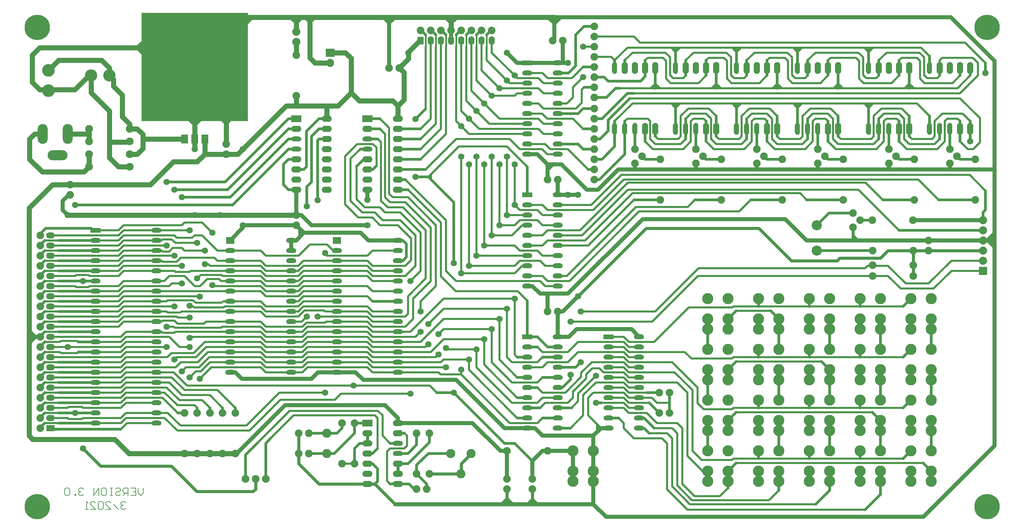
<source format=gbl>
G04 Layer_Physical_Order=2*
G04 Layer_Color=16711680*
%FSLAX25Y25*%
%MOIN*%
G70*
G01*
G75*
%ADD10C,0.02000*%
%ADD11C,0.04000*%
%ADD12O,0.09800X0.19700*%
%ADD13O,0.19700X0.09800*%
%ADD14C,0.12000*%
%ADD15C,0.07600*%
%ADD16C,0.08000*%
%ADD17R,0.08000X0.08000*%
%ADD18C,0.09000*%
%ADD19O,0.07600X0.08000*%
%ADD20R,0.08500X0.08000*%
%ADD21C,0.12500*%
%ADD22C,0.07500*%
%ADD23C,0.10000*%
%ADD24R,0.10000X0.05000*%
%ADD25O,0.10000X0.05000*%
%ADD26R,0.08000X0.06500*%
%ADD27C,0.25000*%
%ADD28O,0.10000X0.06000*%
%ADD29R,0.10000X0.07000*%
%ADD30R,0.07000X0.09000*%
%ADD31C,0.24000*%
%ADD32R,0.06000X0.07500*%
%ADD33O,0.06000X0.08500*%
%ADD34O,0.08500X0.06000*%
%ADD35R,0.08000X0.06000*%
%ADD36O,0.05000X0.12000*%
%ADD37O,0.06000X0.12000*%
%ADD38C,0.11000*%
%ADD39C,0.06200*%
%ADD40C,0.05000*%
%ADD41C,0.02500*%
%ADD42C,0.03000*%
%ADD43C,0.01500*%
%ADD44C,0.00800*%
%ADD45R,1.04500X1.07000*%
D10*
X1446500Y640000D02*
X1466500D01*
X1301000Y413000D02*
X1309000Y421000D01*
X1264000Y425000D02*
X1276000Y413000D01*
X1264000Y425000D02*
Y480000D01*
X1259000Y423500D02*
X1273500Y409000D01*
X1259000Y423500D02*
Y475000D01*
X1254000Y422500D02*
X1271500Y405000D01*
X1254000Y422500D02*
Y470000D01*
X1269000Y399500D02*
X1444000D01*
X1249000Y419500D02*
X1269000Y399500D01*
X1249000Y419500D02*
Y465000D01*
X1349500Y409000D02*
X1359000Y418500D01*
X1279500Y630000D02*
X1451500D01*
X1234500Y585000D02*
X1279500Y630000D01*
X1154000Y585000D02*
X1234500D01*
X1280000Y637500D02*
X1444000D01*
X1237500Y595000D02*
X1280000Y637500D01*
X1164000Y595000D02*
X1237500D01*
X1444000Y637500D02*
X1446500Y640000D01*
X1529000Y645000D02*
X1560000D01*
X1529000Y635000D02*
X1560000D01*
X1141500Y801000D02*
X1142500Y800000D01*
X779000Y600000D02*
X782500D01*
X1210500Y715000D02*
X1437500D01*
X1165500Y670000D02*
X1210500Y715000D01*
X1437500D02*
X1477500Y675000D01*
X1444500Y722000D02*
X1461500Y705000D01*
X1210500Y722000D02*
X1444500D01*
X1163500Y675000D02*
X1210500Y722000D01*
X1547000Y729500D02*
X1562500Y714000D01*
X1202500Y815000D02*
X1237500D01*
X1216500Y810000D02*
X1537500D01*
X1212500Y805000D02*
X1537500D01*
X1194000Y846000D02*
X1197500Y842500D01*
X1177500Y846000D02*
X1194000D01*
X1487500Y815000D02*
X1535000D01*
X1417500D02*
X1487500D01*
X1177500Y866000D02*
X1216500D01*
X1222500Y860000D01*
X1557000Y761500D02*
Y785500D01*
X1550500Y755000D02*
X1557000Y761500D01*
X1545000Y755000D02*
X1550500D01*
X1537500Y762500D02*
X1545000Y755000D01*
X1537500Y805000D02*
X1557000Y785500D01*
X858750Y469750D02*
X881500Y492500D01*
X1176500Y846000D02*
X1177500D01*
X1164500Y534500D02*
X1175000Y545000D01*
X1506500Y622500D02*
X1529000Y645000D01*
X1466500Y640000D02*
X1484000Y622500D01*
X1156500Y516000D02*
X1169500Y529000D01*
X789000Y528500D02*
X800500Y540000D01*
X1161500Y514000D02*
X1179000Y531500D01*
X1496500Y725000D02*
X1516500Y705000D01*
X1150500Y630000D02*
X1218500Y698000D01*
X1153000Y625000D02*
X1221500Y693500D01*
X845500Y465000D02*
X877500Y497000D01*
X838000Y477500D02*
X868500Y508000D01*
X752500Y510000D02*
X767500Y495000D01*
X1016500Y555000D02*
X1029000Y567500D01*
X1006500Y565000D02*
X1029000Y587500D01*
X1014000Y582500D02*
X1029000Y597500D01*
X996500Y575000D02*
X1029000Y607500D01*
X1014000Y727500D02*
X1044000Y757500D01*
X1071500Y842500D02*
X1091500Y822500D01*
X1076500Y850000D02*
X1099000Y827500D01*
X1069000Y800000D02*
X1084000Y785000D01*
X1061500Y792500D02*
X1074000Y780000D01*
X1006500Y605000D02*
X1021500Y620000D01*
X1026500Y629500D02*
X1041000Y615000D01*
X984000Y680000D02*
X997000Y667000D01*
X986500Y685000D02*
X1001500Y670000D01*
X1066500Y832500D02*
X1084000Y815000D01*
X1056500Y812500D02*
X1069000Y800000D01*
X1006500Y745000D02*
X1031500Y770000D01*
X1011500Y735000D02*
X1041500Y765000D01*
X1006500Y755000D02*
X1026500Y775000D01*
X986500Y692500D02*
X1006500Y672500D01*
X994000Y707500D02*
X1021500Y680000D01*
X991500Y702500D02*
X1016500Y677500D01*
X989000Y697500D02*
X1011500Y675000D01*
X994000Y715000D02*
X1026500Y682500D01*
X991500Y725000D02*
X1031500Y685000D01*
X754500Y490000D02*
X767000Y477500D01*
X835000Y482500D02*
X867500Y515000D01*
X757500Y495000D02*
X770000Y482500D01*
X1236500Y565000D02*
X1270500Y599000D01*
X1084000Y547500D02*
X1101500Y530000D01*
X1054000Y537500D02*
X1101500Y490000D01*
X1069000Y542500D02*
X1101500Y510000D01*
X1076500Y545000D02*
X1096500Y525000D01*
X1061500Y540000D02*
X1096500Y505000D01*
X1166500Y512500D02*
X1179000Y525000D01*
X1046500Y533000D02*
X1094000Y485000D01*
X791500Y670000D02*
X806500Y655000D01*
X1254000Y545000D02*
X1279000Y520000D01*
X1269000Y452500D02*
X1284000Y437500D01*
X1256500Y535000D02*
X1274000Y517500D01*
X1061500Y822500D02*
X1076500Y807500D01*
X937500Y704000D02*
X949000Y692500D01*
X756500Y520000D02*
X769000Y507500D01*
X763500Y535000D02*
X776500Y522000D01*
X759000Y525000D02*
X771500Y512500D01*
X754500Y515000D02*
X767000Y502500D01*
X999000Y607500D02*
X1016500Y625000D01*
X994000Y610000D02*
X1011500Y627500D01*
X1006500Y765000D02*
X1021500Y780000D01*
X1091500Y757500D02*
X1111500Y737500D01*
X1174500Y700000D02*
X1204000Y729500D01*
X1176500Y695000D02*
X1206500Y725000D01*
X1168500Y665000D02*
X1215000Y711500D01*
X1171500Y660000D02*
X1216500Y705000D01*
X1320000Y693500D02*
X1331500Y705000D01*
X1151500Y755000D02*
X1171500Y735000D01*
Y492500D02*
X1184000Y480000D01*
X1154000D02*
X1166500Y492500D01*
X1149000Y515000D02*
X1164500Y530500D01*
X1466500Y630000D02*
X1479000Y617500D01*
X1511500D02*
X1529000Y635000D01*
X932000Y748000D02*
X944000Y760000D01*
X932000Y700500D02*
X945000Y687500D01*
X783000Y554000D02*
X794000Y565000D01*
X886500Y650000D02*
X897500Y661000D01*
X1317000Y445500D02*
X1501000D01*
X929000Y445000D02*
X941500D01*
X976500Y460000D02*
X990500D01*
X767000Y477500D02*
X838000D01*
X1231500Y475000D02*
X1249000D01*
X1216500Y470000D02*
X1244000D01*
X954000Y455000D02*
X959000D01*
X1283000Y448500D02*
X1313000D01*
X1314500Y450000D02*
X1339000D01*
X1439000D02*
X1481500D01*
X1389000D02*
X1439000D01*
X1339000D02*
X1389000D01*
X1285000Y498500D02*
X1313000D01*
X877500Y497000D02*
X964500D01*
X881500Y492500D02*
X961500D01*
X746500Y495000D02*
X757500D01*
X716500D02*
X746500D01*
X674000Y490000D02*
X711500D01*
X716500D02*
X754500D01*
X1317000Y495500D02*
X1451000D01*
X1211500Y495000D02*
X1229000D01*
X636500D02*
X650000D01*
X660000Y501000D02*
X673000D01*
X868500Y508000D02*
X922000D01*
X1184500Y505000D02*
X1206500D01*
X1211500Y500000D02*
X1221500D01*
X1191500Y510000D02*
X1206500D01*
X1211500Y505000D02*
X1231500D01*
X1314500Y500000D02*
X1339000D01*
X1439000D02*
X1481500D01*
X1389000D02*
X1439000D01*
X1339000D02*
X1389000D01*
X1191500D02*
X1206500D01*
X716500Y505000D02*
X746500D01*
X716500Y510000D02*
X752500D01*
X686500Y505000D02*
X711500D01*
X674000Y500000D02*
X711500D01*
X1129000Y505000D02*
X1151500D01*
X1096500D02*
X1121500D01*
X1126500Y510000D02*
X1141500D01*
X636500Y505000D02*
X650000D01*
X660000Y489000D02*
X673000D01*
X770000Y482500D02*
X835000D01*
X1221500Y480000D02*
X1226500D01*
X717500Y485000D02*
X746500D01*
X686500D02*
X711500D01*
X1094000D02*
X1121500D01*
X1239000D02*
X1259000D01*
X1236500Y480000D02*
X1254000D01*
X636500Y485000D02*
X650000D01*
X1026000Y533000D02*
X1046500D01*
X716500Y525000D02*
X746500D01*
X686500D02*
X711500D01*
X1211500D02*
X1259000D01*
X1096500D02*
X1121500D01*
X746500D02*
X759000D01*
X636500D02*
X650000D01*
X1179000D02*
X1206500D01*
X1111500Y540000D02*
X1126500D01*
X785000Y536000D02*
X790000D01*
X775500Y540000D02*
X788500D01*
X984000Y535000D02*
X1024000D01*
X1211500D02*
X1256500D01*
X1186500D02*
X1206500D01*
X1211500Y530000D02*
X1221500D01*
X1211500Y540000D02*
X1221500D01*
X1191500Y530000D02*
X1206500D01*
X1191500Y540000D02*
X1206500D01*
X686500Y535000D02*
X711500D01*
X854000D02*
X879000D01*
X890000D01*
X959000D02*
X984000D01*
X716500D02*
X746500D01*
X800500Y540000D02*
X849000D01*
X716500D02*
X765500D01*
X854000D02*
X890000D01*
X895000D02*
X954000D01*
X716500Y530000D02*
X761500D01*
X746500Y535000D02*
X763500D01*
X959000Y540000D02*
X1031500D01*
X1175500Y539000D02*
X1182500D01*
X636500Y535000D02*
X650000D01*
X1191500Y520000D02*
X1206500D01*
X1211500D02*
X1221500D01*
X716500D02*
X756500D01*
X1126500Y515000D02*
X1149000D01*
X1176500D02*
X1206500D01*
X716500D02*
X746500D01*
X686500D02*
X711500D01*
X928000Y514000D02*
X996500D01*
X746500Y515000D02*
X754500D01*
X867500D02*
X912500D01*
X1211500D02*
X1229000D01*
X636500D02*
X650000D01*
X652500Y554000D02*
X668500D01*
X636500Y555000D02*
X651500D01*
X769000Y560000D02*
X779000D01*
X1161500Y555000D02*
X1206500D01*
X761000Y554000D02*
X783000D01*
X959000Y560000D02*
X1011500D01*
X1033000Y557500D02*
X1061500D01*
X984000Y555000D02*
X1016500D01*
X686500D02*
X711500D01*
X797000D02*
X819000D01*
X854000D02*
X879000D01*
X819000D02*
X849000D01*
X895000D02*
X924000D01*
X879000D02*
X890000D01*
X959000D02*
X984000D01*
X924000D02*
X954000D01*
X716500D02*
X746500D01*
X1211500D02*
X1266500D01*
X1211500Y560000D02*
X1221500D01*
X1191500D02*
X1206500D01*
X1126500Y555000D02*
X1151500D01*
X716500Y560000D02*
X756500D01*
X854000D02*
X890000D01*
X895000D02*
X954000D01*
X795500D02*
X849000D01*
X659000D02*
X711500D01*
X752500Y574000D02*
X764000D01*
X746500Y575000D02*
X751500D01*
X652500Y566000D02*
X668500D01*
X636500Y565000D02*
X651500D01*
X1161500D02*
X1206500D01*
X1029000Y567500D02*
X1069000D01*
X716500Y570000D02*
X759000D01*
X959000D02*
X1001500D01*
X984000Y565000D02*
X1006500D01*
X984000Y575000D02*
X996500D01*
X1211500Y565000D02*
X1236500D01*
X1191500Y570000D02*
X1206500D01*
X716500Y575000D02*
X746500D01*
X765000D02*
X819000D01*
X780500Y570000D02*
X849000D01*
X854000Y575000D02*
X879000D01*
X819000D02*
X849000D01*
X854000Y570000D02*
X890000D01*
X895000Y575000D02*
X924000D01*
X895000Y570000D02*
X954000D01*
X879000Y575000D02*
X890000D01*
X959000D02*
X984000D01*
X854000Y565000D02*
X879000D01*
X686500D02*
X711500D01*
X794000D02*
X819000D01*
X849000D01*
X895000D02*
X924000D01*
X879000D02*
X890000D01*
X959000D02*
X984000D01*
X924000D02*
X954000D01*
X716500D02*
X746500D01*
X924000Y575000D02*
X954000D01*
X636500D02*
X650000D01*
X766500Y550000D02*
X785500D01*
X959000D02*
X1021500D01*
X798500D02*
X849000D01*
X854000D02*
X890000D01*
X895000D02*
X954000D01*
X716500D02*
X757000D01*
X1314500D02*
X1339000D01*
X1439000D02*
X1481500D01*
X1389000D02*
X1439000D01*
X1339000D02*
X1389000D01*
X1211500D02*
X1221500D01*
X1191500D02*
X1206500D01*
X1273000Y548500D02*
X1313000D01*
X1131500Y545000D02*
X1151500D01*
X770500D02*
X787000D01*
X984000D02*
X1026500D01*
X1211500D02*
X1254000D01*
X1317000Y545500D02*
X1401000D01*
X1175000Y545000D02*
X1206500D01*
X686500D02*
X711500D01*
X854000D02*
X879000D01*
X799000D02*
X819000D01*
X849000D01*
X895000D02*
X924000D01*
X879000D02*
X890000D01*
X959000D02*
X984000D01*
X924000D02*
X954000D01*
X716500D02*
X746500D01*
X1029000Y547500D02*
X1054000D01*
X1096500Y545000D02*
X1121500D01*
X636500D02*
X650000D01*
X783500Y599000D02*
X812500D01*
X1270500D02*
X1313500D01*
X714000Y590000D02*
X766500D01*
X752500Y586000D02*
X764000D01*
X767500Y589000D02*
X779000D01*
X1029000Y587500D02*
X1084000D01*
X854000Y590000D02*
X886000D01*
X959000D02*
X991500D01*
X905000D02*
X954000D01*
X892000Y596000D02*
X911500D01*
X757500Y594000D02*
X770000D01*
X746500Y595000D02*
X756500D01*
X785000Y603500D02*
X810500D01*
X757500Y606000D02*
X782500D01*
X746500Y605000D02*
X756500D01*
X854000Y595000D02*
X879000D01*
X854000Y600000D02*
X886000D01*
X879000Y605000D02*
X886000D01*
X1029000Y607500D02*
X1099000D01*
X1029000Y597500D02*
X1091500D01*
X1314500Y600000D02*
X1339000D01*
X1439000D02*
X1481500D01*
X1389000D02*
X1439000D01*
X1339000D02*
X1389000D01*
X1317000Y595500D02*
X1351000D01*
X813500Y600000D02*
X849000D01*
X714000D02*
X764000D01*
X891000D02*
X954000D01*
X686500Y605000D02*
X709000D01*
X714000D02*
X746500D01*
X812000D02*
X819000D01*
X849000D01*
X891000D02*
X924000D01*
X879000Y595000D02*
X886000D01*
X686500D02*
X709000D01*
X714000D02*
X746500D01*
X771000D02*
X819000D01*
X849000D01*
X912500D02*
X924000D01*
X959000D02*
X984000D01*
X924000D02*
X954000D01*
X636500D02*
X650000D01*
X636500Y605000D02*
X650000D01*
X894000Y584000D02*
X912500D01*
X767000Y583000D02*
X793000D01*
X746500Y585000D02*
X751500D01*
X686500D02*
X709000D01*
X714000D02*
X746500D01*
X795000D02*
X819000D01*
X849000D01*
X913500D02*
X924000D01*
X954000D01*
X959000D02*
X984000D01*
X879000D02*
X889500D01*
X636500D02*
X650000D01*
X764500Y579000D02*
X810000D01*
X756500Y580000D02*
X763500D01*
X1029000Y577500D02*
X1076500D01*
X811000Y580000D02*
X849000D01*
X854000D02*
X890000D01*
X895000D02*
X954000D01*
X959000D02*
X991500D01*
X1484000Y622500D02*
X1506500D01*
X667500Y619000D02*
X679500D01*
X854000Y620000D02*
X886000D01*
X879000Y625000D02*
X886000D01*
X1131500D02*
X1153000D01*
X1129000Y620000D02*
X1141500D01*
X1041500Y625000D02*
X1124000D01*
X714000Y620000D02*
X759000D01*
X746500Y625000D02*
X754000D01*
X784000Y620000D02*
X789500D01*
X802500D02*
X849000D01*
X680500D02*
X709000D01*
X761500Y622500D02*
X771500D01*
X891000Y620000D02*
X954000D01*
X854000Y625000D02*
X879000D01*
X714000D02*
X746500D01*
X810000D02*
X819000D01*
X849000D01*
X891000D02*
X924000D01*
X959000D02*
X984000D01*
X1479000Y617500D02*
X1511500D01*
X636500Y625000D02*
X650000D01*
X790000Y631000D02*
X810500D01*
X796500Y627000D02*
X808000D01*
X765000Y634000D02*
X779000D01*
X746500Y635000D02*
X764000D01*
X667500Y631000D02*
X679500D01*
X854000Y630000D02*
X886000D01*
X879000Y635000D02*
X886000D01*
X759000Y630000D02*
X774000D01*
X780000Y635000D02*
X819000D01*
X1046500Y632500D02*
X1099000D01*
X1111500Y630000D02*
X1126500D01*
X811500D02*
X849000D01*
X680500D02*
X709000D01*
X891000D02*
X954000D01*
X686500Y635000D02*
X709000D01*
X714000D02*
X746500D01*
X854000D02*
X879000D01*
X819000D02*
X849000D01*
X891000D02*
X924000D01*
X959000D02*
X984000D01*
X924000D02*
X954000D01*
X959000Y630000D02*
X991500D01*
X1141500D02*
X1150500D01*
X1451500D02*
X1466500D01*
X636500Y635000D02*
X650000D01*
X879000Y615000D02*
X886000D01*
X1041000D02*
X1102000D01*
X686500D02*
X709000D01*
X714000D02*
X746500D01*
X819000D01*
X854000D02*
X879000D01*
X819000D02*
X849000D01*
X891000D02*
X924000D01*
X959000D02*
X984000D01*
X636500D02*
X650000D01*
X714000Y610000D02*
X788000D01*
X854000D02*
X886000D01*
X891000D02*
X954000D01*
X746500Y655000D02*
X751500D01*
X1126500Y650000D02*
X1141500D01*
X1061500D02*
X1111500D01*
X1104000Y655000D02*
X1121500D01*
X762500Y657500D02*
X771500D01*
X752500Y654000D02*
X759000D01*
X806500Y655000D02*
X819000D01*
X849000D01*
X686500D02*
X709000D01*
X714000D02*
X746500D01*
X714000Y650000D02*
X764000D01*
X774000Y655000D02*
X794000D01*
X854000Y650000D02*
X886500D01*
X920500Y655000D02*
X924000D01*
X959000D02*
X984000D01*
X914000Y650000D02*
X954000D01*
X636500Y655000D02*
X650000D01*
X1141500Y670000D02*
X1165500D01*
X746500Y665000D02*
X751500D01*
X897500Y661000D02*
X914500D01*
X766500Y667500D02*
X781500D01*
X714000Y670000D02*
X764000D01*
X752500Y666000D02*
X761500D01*
X784000Y670000D02*
X791500D01*
X765000Y662500D02*
X786500D01*
X1069000Y660000D02*
X1099000D01*
X1076500Y670000D02*
X1096500D01*
X1111500Y660000D02*
X1126500D01*
X686500Y665000D02*
X709000D01*
X714000D02*
X746500D01*
X714000Y660000D02*
X756500D01*
X1111500Y670000D02*
X1126500D01*
X1131500Y665000D02*
X1168500D01*
X1141500Y660000D02*
X1171500D01*
X636500Y665000D02*
X650000D01*
X770500Y648000D02*
X803500D01*
X746500Y645000D02*
X751500D01*
X854000Y640000D02*
X886000D01*
X752500Y644000D02*
X766500D01*
X1054000Y640000D02*
X1099000D01*
X714000D02*
X771500D01*
X799000D02*
X849000D01*
X891000D02*
X954000D01*
X959000D02*
X991500D01*
X686500Y645000D02*
X709000D01*
X714000D02*
X746500D01*
X806500D02*
X819000D01*
X849000D01*
X891000D02*
X924000D01*
X1104000D02*
X1124000D01*
X1129000Y640000D02*
X1141500D01*
X1106500D02*
X1111500D01*
X924000Y645000D02*
X954000D01*
X794000Y641500D02*
X797500D01*
X636500Y645000D02*
X650000D01*
X659000Y490000D02*
X660000Y489000D01*
X659000Y500000D02*
X660000Y501000D01*
X666500Y630000D02*
X667500Y631000D01*
X666500Y620000D02*
X667500Y619000D01*
X668500Y554000D02*
X669500Y555000D01*
X668500Y566000D02*
X669500Y565000D01*
X651500Y555000D02*
X652500Y554000D01*
X651500Y565000D02*
X652500Y566000D01*
X1104000Y685000D02*
X1121500D01*
X774000Y682500D02*
X791500D01*
X945000Y687500D02*
X959000D01*
X969000Y685000D02*
X986500D01*
X976500Y702500D02*
X991500D01*
X951500Y697500D02*
X966500D01*
X949000Y692500D02*
X961500D01*
X1126500Y690000D02*
X1141500D01*
X1091500D02*
X1111500D01*
X1104000Y695000D02*
X1121500D01*
X1141500Y700000D02*
X1174500D01*
X971500Y692500D02*
X986500D01*
X974000Y697500D02*
X989000D01*
X1111500Y700000D02*
X1126500D01*
X1131500Y695000D02*
X1176500D01*
X1218500Y698000D02*
X1269500D01*
X1221500Y693500D02*
X1320000D01*
X1084000Y680000D02*
X1099000D01*
X1126500D02*
X1141500D01*
X1106500D02*
X1111500D01*
X714000D02*
X771500D01*
X966500D02*
X984000D01*
X746500Y675000D02*
X779000D01*
X1131500D02*
X1163500D01*
X687000D02*
X709000D01*
X714000D02*
X746500D01*
X679500Y631000D02*
X680500Y630000D01*
X679500Y619000D02*
X680500Y620000D01*
X673000Y489000D02*
X674000Y490000D01*
X673000Y501000D02*
X674000Y500000D01*
X1204000Y729500D02*
X1547000D01*
X1206500Y725000D02*
X1496500D01*
X1215000Y711500D02*
X1380000D01*
X979000Y707500D02*
X994000D01*
X711500Y570000D02*
X716500Y575000D01*
X711500Y540000D02*
X716500Y545000D01*
X711500Y550000D02*
X716500Y555000D01*
X711500Y560000D02*
X716500Y565000D01*
X711500Y545000D02*
X716500Y550000D01*
X711500Y535000D02*
X716500Y540000D01*
X711500Y555000D02*
X716500Y560000D01*
X711500Y565000D02*
X716500Y570000D01*
X711500Y505000D02*
X716500Y510000D01*
X711500Y515000D02*
X716500Y520000D01*
X711500Y525000D02*
X716500Y530000D01*
X711500Y520000D02*
X716500Y525000D01*
X711500Y510000D02*
X716500Y515000D01*
X711500Y530000D02*
X716500Y535000D01*
X711500Y485000D02*
X716500Y490000D01*
X711500D02*
X716500Y495000D01*
X711500Y479000D02*
X717500Y485000D01*
X711500Y500000D02*
X716500Y505000D01*
X709000Y675000D02*
X714000Y680000D01*
X709000Y670000D02*
X714000Y675000D01*
X709000Y665000D02*
X714000Y670000D01*
X709000Y660000D02*
X714000Y665000D01*
X709000Y655000D02*
X714000Y660000D01*
X709000Y650000D02*
X714000Y655000D01*
X709000Y645000D02*
X714000Y650000D01*
X709000Y640000D02*
X714000Y645000D01*
X709000Y635000D02*
X714000Y640000D01*
X709000Y630000D02*
X714000Y635000D01*
X709000Y620000D02*
X714000Y625000D01*
X709000Y615000D02*
X714000Y620000D01*
X709000Y610000D02*
X714000Y615000D01*
X709000Y605000D02*
X714000Y610000D01*
X709000Y600000D02*
X714000Y605000D01*
X709000Y595000D02*
X714000Y600000D01*
X709000Y590000D02*
X714000Y595000D01*
X709000Y585000D02*
X714000Y590000D01*
X709000Y580000D02*
X714000Y585000D01*
X1131000Y750000D02*
X1141500D01*
X1044000Y757500D02*
X1091500D01*
X1041500Y765000D02*
X1094000D01*
X1104000Y755000D02*
X1126000D01*
X1111500Y760000D02*
X1129000D01*
X1134000Y755000D02*
X1151500D01*
X944000Y760000D02*
X959500D01*
X766500Y590000D02*
X767500Y589000D01*
X763500Y580000D02*
X764500Y579000D01*
X764000Y574000D02*
X765000Y575000D01*
X751500D02*
X752500Y574000D01*
X764000Y586000D02*
X767000Y583000D01*
X751500Y585000D02*
X752500Y586000D01*
X756500Y595000D02*
X757500Y594000D01*
X756500Y605000D02*
X757500Y606000D01*
X751500Y645000D02*
X752500Y644000D01*
X764000Y635000D02*
X765000Y634000D01*
X751500Y655000D02*
X752500Y654000D01*
X751500Y665000D02*
X752500Y666000D01*
X764000Y547500D02*
X766500Y550000D01*
X757000D02*
X761000Y554000D01*
X765500Y540000D02*
X770500Y545000D01*
X759000Y620000D02*
X761500Y622500D01*
X754000Y625000D02*
X759000Y630000D01*
X766500Y644000D02*
X770500Y648000D01*
X764000Y670000D02*
X766500Y667500D01*
X761500Y666000D02*
X765000Y662500D01*
X759000Y654000D02*
X762500Y657500D01*
X759000Y570000D02*
X769000Y560000D01*
X1131000Y785000D02*
X1156500D01*
X1084000D02*
X1122500D01*
X1074000Y780000D02*
X1111500D01*
X1127500D02*
X1141500D01*
X1111500Y790000D02*
X1126000D01*
X1064000Y775000D02*
X1122500D01*
X1127500Y770000D02*
X1141500D01*
X1054000D02*
X1111500D01*
X782500Y600000D02*
X783500Y599000D01*
X788000Y610000D02*
X789000Y609500D01*
X782500Y606000D02*
X785000Y603500D01*
X789500Y620000D02*
X796500Y627000D01*
X781500Y667500D02*
X784000Y670000D01*
X785500Y550000D02*
X795500Y560000D01*
X787000Y545000D02*
X797000Y555000D01*
X788500Y540000D02*
X798500Y550000D01*
X791500Y682500D02*
X801500Y672500D01*
X797500Y641500D02*
X799000Y640000D01*
X790000Y536000D02*
X799000Y545000D01*
X786500Y627500D02*
X790000Y631000D01*
X793000Y583000D02*
X795000Y585000D01*
X779000Y634000D02*
X780000Y635000D01*
X774000Y630000D02*
X784000Y620000D01*
X779000Y569000D02*
X780500Y570000D01*
X779000Y530000D02*
X785000Y536000D01*
X770000Y594000D02*
X771000Y595000D01*
X771500Y657500D02*
X774000Y655000D01*
X771500Y680000D02*
X774000Y682500D01*
X771500Y536000D02*
X775500Y540000D01*
X1084000Y815000D02*
X1122500D01*
X1127500Y810000D02*
X1141500D01*
X1101500D02*
X1111500D01*
Y830000D02*
X1126500D01*
X1101500Y825000D02*
X1122500D01*
X1094000Y820000D02*
X1111500D01*
X1127500D02*
X1141500D01*
X1131500Y825000D02*
X1155500D01*
X1076500Y807500D02*
X1099000D01*
X1111500Y800000D02*
X1122500D01*
X812500Y599000D02*
X813500Y600000D01*
X810500Y603500D02*
X812000Y605000D01*
X810500Y631000D02*
X811500Y630000D01*
X810000Y579000D02*
X811000Y580000D01*
X808000Y627000D02*
X810000Y625000D01*
X801500Y621000D02*
X802500Y620000D01*
X803500Y648000D02*
X806500Y645000D01*
X849000Y655000D02*
X854000Y650000D01*
X849000Y645000D02*
X854000Y640000D01*
X849000D02*
X854000Y635000D01*
X849000D02*
X854000Y630000D01*
X849000D02*
X854000Y625000D01*
X849000Y620000D02*
X854000Y615000D01*
X849000Y625000D02*
X854000Y620000D01*
X849000Y615000D02*
X854000Y610000D01*
X849000Y605000D02*
X854000Y600000D01*
X849000D02*
X854000Y595000D01*
X849000Y580000D02*
X854000Y575000D01*
X849000Y595000D02*
X854000Y590000D01*
X849000Y585000D02*
X854000Y580000D01*
X849000Y575000D02*
X854000Y570000D01*
X849000Y560000D02*
X854000Y555000D01*
X849000Y550000D02*
X854000Y545000D01*
X849000Y540000D02*
X854000Y535000D01*
X849000Y570000D02*
X854000Y565000D01*
X849000D02*
X854000Y560000D01*
X849000Y555000D02*
X854000Y550000D01*
X849000Y545000D02*
X854000Y540000D01*
X886000Y595000D02*
X891000Y600000D01*
X886000D02*
X891000Y605000D01*
X886000D02*
X891000Y610000D01*
X886000D02*
X891000Y615000D01*
X886000D02*
X891000Y620000D01*
X886000D02*
X891000Y625000D01*
X886000D02*
X891000Y630000D01*
X886000D02*
X891000Y635000D01*
X886000D02*
X891000Y640000D01*
X886000D02*
X891000Y645000D01*
X886000Y590000D02*
X892000Y596000D01*
X890000Y580000D02*
X894000Y584000D01*
X890000Y570000D02*
X895000Y575000D01*
X890000D02*
X895000Y580000D01*
X890000Y560000D02*
X895000Y565000D01*
X890000Y550000D02*
X895000Y555000D01*
X890000Y540000D02*
X895000Y545000D01*
X890000Y535000D02*
X895000Y540000D01*
X890000Y545000D02*
X895000Y550000D01*
X890000Y555000D02*
X895000Y560000D01*
X890000Y565000D02*
X895000Y570000D01*
X889500Y585000D02*
X894500Y590000D01*
X922000Y508000D02*
X928000Y514000D01*
X912500Y584000D02*
X913500Y585000D01*
X911500Y596000D02*
X912500Y595000D01*
X914500Y661000D02*
X920500Y655000D01*
X912500Y652500D02*
X914000Y650000D01*
X943500Y705500D02*
Y738000D01*
X937500Y704000D02*
Y745500D01*
X932000Y700500D02*
Y748000D01*
X943500Y705500D02*
X951500Y697500D01*
X959000Y687500D02*
X966500Y680000D01*
X954000Y595000D02*
X959000Y590000D01*
X954000Y575000D02*
X959000Y570000D01*
X954000Y585000D02*
X959000Y580000D01*
X954000Y640000D02*
X959000Y635000D01*
X954000Y620000D02*
X959000Y615000D01*
X954000Y630000D02*
X959000Y625000D01*
X954000Y580000D02*
X959000Y575000D01*
X954000Y600000D02*
X959000Y595000D01*
X954000Y545000D02*
X959000Y540000D01*
X954000Y555000D02*
X959000Y550000D01*
X954000Y565000D02*
X959000Y560000D01*
X954000Y540000D02*
X959000Y535000D01*
X954000Y550000D02*
X959000Y545000D01*
X954000Y560000D02*
X959000Y555000D01*
X954000Y570000D02*
X959000Y565000D01*
X954000Y610000D02*
X959000Y605000D01*
X954000Y590000D02*
X959000Y585000D01*
X954000Y650000D02*
X959000Y655000D01*
X954000Y635000D02*
X959000Y630000D01*
X954000Y645000D02*
X959000Y640000D01*
X959500Y760000D02*
X963000Y756500D01*
X937500Y745500D02*
X947000Y755000D01*
X975500Y711000D02*
Y776000D01*
X973500Y428000D02*
Y457000D01*
X969000Y472500D02*
Y492500D01*
X967500Y704000D02*
Y762000D01*
X971500Y707500D02*
Y770000D01*
X964000Y460000D02*
Y490000D01*
X963000Y738500D02*
Y756500D01*
X991500Y580000D02*
X999000Y587500D01*
X991500Y630000D02*
X1001500Y640000D01*
X973500Y428000D02*
X976500Y425000D01*
X975500Y711000D02*
X979000Y707500D01*
X991500Y640000D02*
X997000Y645500D01*
X991500Y590000D02*
X994000Y592500D01*
X973500Y457000D02*
X976500Y460000D01*
X990500D02*
X993000Y462500D01*
X990500Y475000D02*
X993000Y472500D01*
X969000D02*
X976500Y465000D01*
X971500Y707500D02*
X976500Y702500D01*
X967500Y704000D02*
X974000Y697500D01*
X966500D02*
X971500Y692500D01*
X966500Y775000D02*
X971500Y770000D01*
X966500Y785000D02*
X975500Y776000D01*
X961500Y492500D02*
X964000Y490000D01*
X961500Y692500D02*
X969000Y685000D01*
X964500Y765000D02*
X967500Y762000D01*
X964500Y497000D02*
X969000Y492500D01*
X1011500Y794500D02*
Y856000D01*
X1006500Y595000D02*
Y605000D01*
X1021500Y780000D02*
Y856000D01*
X1016500Y625000D02*
Y677500D01*
X1021500Y620000D02*
Y680000D01*
X1006500Y635000D02*
Y672500D01*
X1011500Y627500D02*
Y675000D01*
X999000Y587500D02*
Y607500D01*
X1001500Y640000D02*
Y670000D01*
X994000Y592500D02*
Y610000D01*
X993000Y462500D02*
Y472500D01*
X997000Y645500D02*
Y667000D01*
X1011500Y560000D02*
X1014000Y562500D01*
X1021500Y550000D02*
X1024000Y552500D01*
X1006500Y775000D02*
X1016500Y785000D01*
X1001500Y570000D02*
X1006500Y575000D01*
X996500Y625000D02*
X1006500Y635000D01*
X1015500Y522000D02*
X1022500Y515000D01*
X1046500Y533000D02*
Y537500D01*
X1051500Y802500D02*
Y856000D01*
X1046500Y632500D02*
Y747500D01*
X1054000Y537500D02*
Y547500D01*
Y640000D02*
Y740000D01*
X1041500Y782500D02*
Y856000D01*
X1031500Y770000D02*
Y856000D01*
Y635000D02*
Y685000D01*
X1026500Y629500D02*
Y682500D01*
X1054000Y785000D02*
X1064000Y775000D01*
X1046500Y777500D02*
X1054000Y770000D01*
X1046500Y792500D02*
X1054000Y785000D01*
X1051500Y802500D02*
X1061500Y792500D01*
X1041500Y782500D02*
X1046500Y777500D01*
X1031500Y559000D02*
X1033000Y557500D01*
X1031500Y635000D02*
X1041500Y625000D01*
X1024000Y572500D02*
X1029000Y577500D01*
X1024000Y535000D02*
X1026000Y533000D01*
X1026500Y545000D02*
X1029000Y547500D01*
X1084000D02*
Y587500D01*
Y680000D02*
Y740000D01*
X1071500Y842500D02*
Y856000D01*
X1069000Y542500D02*
Y567500D01*
Y660000D02*
Y740000D01*
X1076500Y545000D02*
Y577500D01*
Y670000D02*
Y747500D01*
X1061500Y822500D02*
Y856000D01*
Y540000D02*
Y557500D01*
Y650000D02*
Y747500D01*
X1099000Y552500D02*
Y607500D01*
Y700000D02*
Y740000D01*
X1091500Y550000D02*
Y597500D01*
Y690000D02*
Y747500D01*
X1102000Y615000D02*
X1111500Y605500D01*
X1099000Y632500D02*
X1106500Y640000D01*
X1099000D02*
X1104000Y645000D01*
X1099000Y660000D02*
X1104000Y655000D01*
X1096500Y670000D02*
X1106500Y680000D01*
X1099000D02*
X1104000Y685000D01*
X1099000Y700000D02*
X1104000Y695000D01*
X1099000Y827500D02*
X1101500Y825000D01*
X1099000Y807500D02*
X1101500Y810000D01*
X1094000Y765000D02*
X1104000Y755000D01*
X1099000Y552500D02*
X1101500Y550000D01*
X1091500Y822500D02*
X1094000Y820000D01*
X1091500Y550000D02*
X1096500Y545000D01*
X1151500Y505000D02*
X1156500Y510000D01*
X1151500Y555000D02*
X1161500Y565000D01*
X1151500Y545000D02*
X1161500Y555000D01*
X1126500Y540000D02*
X1131500Y545000D01*
X1126000Y755000D02*
X1131000Y750000D01*
X1126500Y630000D02*
X1131500Y625000D01*
X1126500Y660000D02*
X1131500Y665000D01*
X1126500Y670000D02*
X1131500Y675000D01*
X1126500Y830000D02*
X1131500Y825000D01*
X1126000Y790000D02*
X1131000Y785000D01*
X1129000Y760000D02*
X1134000Y755000D01*
X1126500Y700000D02*
X1131500Y695000D01*
X1121500Y520000D02*
X1126500Y515000D01*
X1121500Y685000D02*
X1126500Y680000D01*
X1121500Y655000D02*
X1126500Y650000D01*
X1121500Y560000D02*
X1126500Y555000D01*
X1121500Y695000D02*
X1126500Y690000D01*
X1121500Y525000D02*
X1126500Y530000D01*
X1121500Y505000D02*
X1126500Y510000D01*
X1121500Y485000D02*
X1126500Y490000D01*
X1121500Y545000D02*
X1126500Y550000D01*
X1122500Y800000D02*
X1127500Y795000D01*
X1122500Y785000D02*
X1127500Y780000D01*
X1122500Y815000D02*
X1127500Y810000D01*
X1122500Y825000D02*
X1127500Y820000D01*
X1124000Y500000D02*
X1129000Y505000D01*
X1124000Y645000D02*
X1129000Y640000D01*
X1124000Y625000D02*
X1129000Y620000D01*
X1122500Y775000D02*
X1127500Y770000D01*
X1164500Y530500D02*
Y534500D01*
X1169500Y529000D02*
Y533000D01*
X1166500Y492500D02*
Y512500D01*
X1171500Y492500D02*
Y510000D01*
X1161500Y506500D02*
Y514000D01*
X1156500Y510000D02*
Y516000D01*
X1169500Y533000D02*
X1175500Y539000D01*
X1171500Y510000D02*
X1176500Y515000D01*
X1182500Y539000D02*
X1186500Y535000D01*
X1155000Y500000D02*
X1161500Y506500D01*
X1156500Y785000D02*
X1166500Y775000D01*
X1206500Y480000D02*
Y485000D01*
Y500000D02*
X1211500Y495000D01*
X1201500Y490000D02*
X1206500Y485000D01*
Y505000D02*
X1211500Y500000D01*
X1206500Y515000D02*
X1211500Y510000D01*
X1206500Y540000D02*
X1211500Y535000D01*
X1206500Y570000D02*
X1211500Y565000D01*
X1206500Y525000D02*
X1211500Y520000D01*
X1206500Y535000D02*
X1211500Y530000D01*
X1206500Y545000D02*
X1211500Y540000D01*
X1206500Y555000D02*
X1211500Y550000D01*
X1206500Y565000D02*
X1211500Y560000D01*
X1206500Y550000D02*
X1211500Y545000D01*
X1206500Y530000D02*
X1211500Y525000D01*
X1206500Y560000D02*
X1211500Y555000D01*
X1206500Y520000D02*
X1211500Y515000D01*
X1206500Y510000D02*
X1211500Y505000D01*
X1206500Y480000D02*
X1216500Y470000D01*
X1234000Y510000D02*
X1239000Y505000D01*
X1229000Y495000D02*
X1239000Y485000D01*
X1244000Y470000D02*
X1249000Y465000D01*
X1279000Y504500D02*
Y520000D01*
X1274000Y457500D02*
Y517500D01*
X1279000Y504500D02*
X1285000Y498500D01*
X1266500Y555000D02*
X1273000Y548500D01*
X1269500Y698000D02*
X1276500Y705000D01*
X1274000Y457500D02*
X1283000Y448500D01*
X1259000Y485000D02*
X1264000Y480000D01*
X1254000D02*
X1259000Y475000D01*
X1249000D02*
X1254000Y470000D01*
X1313000Y448500D02*
X1314500Y450000D01*
X1313000Y498500D02*
X1314500Y500000D01*
X1313000Y548500D02*
X1314500Y550000D01*
X1313500Y599000D02*
X1314500Y600000D01*
X1380000Y711500D02*
X1386500Y705000D01*
X641500Y550000D02*
X642000D01*
X711500D01*
X641500Y620000D02*
X642000D01*
X666500D01*
X641500Y630000D02*
X642000D01*
X666500D01*
X1046500Y792500D02*
Y862000D01*
Y862500D01*
X641500Y580000D02*
X642000D01*
X709000D01*
X641500Y600000D02*
X642000D01*
X709000D01*
X641500Y610000D02*
X642000D01*
X709000D01*
X641500Y640000D02*
X642000D01*
X709000D01*
X1076500Y850000D02*
Y862000D01*
Y862500D01*
X641500Y590000D02*
X642000D01*
X709000D01*
X641500Y540000D02*
X642000D01*
X711500D01*
X641500Y490000D02*
X642000D01*
X659000D01*
X641500Y650000D02*
X642000D01*
X709000D01*
X641500Y660000D02*
X642000D01*
X709000D01*
X641500Y670000D02*
X642000D01*
X709000D01*
X1066500Y832500D02*
Y862000D01*
Y862500D01*
X641500Y570000D02*
X642000D01*
X711500D01*
X641500Y500000D02*
X642000D01*
X659000D01*
X1056500Y812500D02*
Y862000D01*
Y862500D01*
X1016500Y785000D02*
Y862000D01*
Y862500D01*
X1026500Y775000D02*
Y862000D01*
Y862500D01*
X641500Y510000D02*
X642000D01*
X711500D01*
X641500Y530000D02*
X642000D01*
X711500D01*
X776500Y522000D02*
X940500D01*
X1015500D01*
X641500Y560000D02*
X642000D01*
X659000D01*
X1211500Y510000D02*
X1221500D01*
X1234000D01*
X1239000Y505000D02*
X1251500D01*
X641500Y520000D02*
X642000D01*
X711500D01*
X761500Y530000D02*
X774000Y517500D01*
X806500D02*
X824000Y500000D01*
X799000Y512500D02*
X811500Y500000D01*
X791500Y507500D02*
X799000Y500000D01*
X784000Y502500D02*
X786500Y500000D01*
X774000Y517500D02*
X806500D01*
X771500Y512500D02*
X799000D01*
X769000Y507500D02*
X791500D01*
X767000Y502500D02*
X784000D01*
X1156500Y806000D02*
Y816000D01*
X1166500Y826000D01*
X1150500Y800000D02*
X1156500Y806000D01*
X1142500Y800000D02*
X1150500D01*
X1127500Y795000D02*
X1159500D01*
X1165000Y800500D01*
Y813500D01*
X1167500Y816000D01*
X1166500Y856000D02*
X1176500D01*
X1155500Y825000D02*
X1166500Y836000D01*
X1395000Y850000D02*
X1437500D01*
X1222500Y860000D02*
X1542500D01*
X1562500Y840000D01*
X1550000Y845000D02*
X1555000Y840000D01*
Y827500D02*
Y840000D01*
X1517500Y842500D02*
X1520000Y845000D01*
X1517500Y835000D02*
Y842500D01*
X1520000Y845000D02*
X1550000D01*
X1537500Y810000D02*
X1555000Y827500D01*
X1477500Y842500D02*
X1480000Y845000D01*
X1457500Y842500D02*
X1465000Y850000D01*
X1497500D01*
X1480000Y845000D02*
X1495000D01*
X1407500Y842500D02*
X1410000Y845000D01*
X1387500Y842500D02*
X1395000Y850000D01*
X1410000Y845000D02*
X1435000D01*
X1347500Y842500D02*
X1350000Y845000D01*
X1327500Y842500D02*
X1335000Y850000D01*
X1367500D01*
X1350000Y845000D02*
X1365000D01*
X1287500Y842500D02*
X1290000Y845000D01*
X1267500Y842500D02*
X1275000Y850000D01*
X1307500D01*
X1290000Y845000D02*
X1305000D01*
X1227500Y842500D02*
X1230000Y845000D01*
X1207500Y842500D02*
X1215000Y850000D01*
X1247500D01*
X1230000Y845000D02*
X1245000D01*
X1502000Y828000D02*
X1505000Y825000D01*
X1515000D02*
X1517500Y827500D01*
X1530000Y820000D02*
X1537500Y827500D01*
X1502000Y828000D02*
Y845500D01*
X1498000Y824500D02*
X1502500Y820000D01*
X1495000Y845000D02*
X1498000Y842000D01*
X1497500Y850000D02*
X1502000Y845500D01*
X1498000Y824500D02*
Y842000D01*
X1502500Y820000D02*
X1530000D01*
X1505000Y825000D02*
X1515000D01*
X1442000Y828000D02*
X1445000Y825000D01*
X1455000D02*
X1457500Y827500D01*
X1470000Y820000D02*
X1477500Y827500D01*
X1442000Y828000D02*
Y845500D01*
X1438000Y824500D02*
X1442500Y820000D01*
X1435000Y845000D02*
X1438000Y842000D01*
X1437500Y850000D02*
X1442000Y845500D01*
X1438000Y824500D02*
Y842000D01*
X1442500Y820000D02*
X1470000D01*
X1445000Y825000D02*
X1455000D01*
X1372000Y828000D02*
X1375000Y825000D01*
X1385000D02*
X1387500Y827500D01*
X1400000Y820000D02*
X1407500Y827500D01*
X1372000Y828000D02*
Y845500D01*
X1368000Y824500D02*
X1372500Y820000D01*
X1365000Y845000D02*
X1368000Y842000D01*
X1367500Y850000D02*
X1372000Y845500D01*
X1368000Y824500D02*
Y842000D01*
X1372500Y820000D02*
X1400000D01*
X1375000Y825000D02*
X1385000D01*
X1312000Y828000D02*
X1315000Y825000D01*
X1325000D02*
X1327500Y827500D01*
X1340000Y820000D02*
X1347500Y827500D01*
X1312000Y828000D02*
Y845500D01*
X1308000Y824500D02*
X1312500Y820000D01*
X1305000Y845000D02*
X1308000Y842000D01*
X1307500Y850000D02*
X1312000Y845500D01*
X1308000Y824500D02*
Y842000D01*
X1312500Y820000D02*
X1340000D01*
X1315000Y825000D02*
X1325000D01*
X1252000Y828000D02*
X1255000Y825000D01*
X1265000D02*
X1267500Y827500D01*
X1280000Y820000D02*
X1287500Y827500D01*
X1252000Y828000D02*
Y845500D01*
X1248000Y824500D02*
X1252500Y820000D01*
X1245000Y845000D02*
X1248000Y842000D01*
X1247500Y850000D02*
X1252000Y845500D01*
X1248000Y824500D02*
Y842000D01*
X1252500Y820000D02*
X1280000D01*
X1255000Y825000D02*
X1265000D01*
X1499000Y855000D02*
X1507500Y846500D01*
X1210000Y855000D02*
X1499000D01*
X1197500Y842500D02*
X1210000Y855000D01*
X1535000Y815000D02*
X1547500Y827500D01*
X1357500Y815000D02*
X1417500D01*
X1297500D02*
X1357500D01*
X1237500D02*
X1297500D01*
X1515000Y755000D02*
X1522500Y762500D01*
Y782500D02*
X1525000Y785000D01*
X1535000D02*
X1537500Y782500D01*
X1540000Y790000D02*
X1547500Y782500D01*
X1522500Y762500D02*
Y782500D01*
X1512500Y760000D02*
X1517500Y765000D01*
X1510000D02*
X1512500Y767500D01*
Y782500D02*
X1520000Y790000D01*
X1512500Y767500D02*
Y782500D01*
X1520000Y790000D02*
X1540000D01*
X1525000Y785000D02*
X1535000D01*
X1485000Y755000D02*
X1515000D01*
X1487500Y760000D02*
X1512500D01*
X1490000Y765000D02*
X1510000D01*
X1415000Y755000D02*
X1455000D01*
X1417500Y760000D02*
X1452500D01*
X1420000Y765000D02*
X1450000D01*
X1355000Y755000D02*
X1385000D01*
X1357500Y760000D02*
X1382500D01*
X1360000Y765000D02*
X1380000D01*
X1295000Y755000D02*
X1325000D01*
X1297500Y760000D02*
X1322500D01*
X1300000Y765000D02*
X1320000D01*
X1227500Y762500D02*
X1235000Y755000D01*
X1232500Y765000D02*
X1237500Y760000D01*
Y767500D02*
X1240000Y765000D01*
X1230000Y785000D02*
X1232500Y782500D01*
Y765000D02*
Y782500D01*
X1207500D02*
X1210000Y785000D01*
X1230000D01*
X1235000Y755000D02*
X1265000D01*
X1237500Y760000D02*
X1262500D01*
X1240000Y765000D02*
X1260000D01*
X1475000Y785000D02*
X1477500Y782500D01*
Y762500D02*
X1485000Y755000D01*
X1480000Y795000D02*
X1487500Y787500D01*
X1477500Y790000D02*
X1482500Y785000D01*
Y765000D02*
X1487500Y760000D01*
Y767500D02*
X1490000Y765000D01*
X1482500D02*
Y785000D01*
X1450000Y765000D02*
X1452500Y767500D01*
X1455000Y755000D02*
X1462500Y762500D01*
X1457500Y785000D02*
X1462500Y790000D01*
X1452500Y760000D02*
X1457500Y765000D01*
X1452500Y787500D02*
X1460000Y795000D01*
X1462500Y782500D02*
X1465000Y785000D01*
X1452500Y767500D02*
Y787500D01*
X1462500Y762500D02*
Y782500D01*
Y790000D02*
X1477500D01*
X1460000Y795000D02*
X1480000D01*
X1465000Y785000D02*
X1475000D01*
X1405000D02*
X1407500Y782500D01*
Y762500D02*
X1415000Y755000D01*
X1410000Y795000D02*
X1417500Y787500D01*
X1407500Y790000D02*
X1412500Y785000D01*
Y765000D02*
X1417500Y760000D01*
Y767500D02*
X1420000Y765000D01*
X1412500D02*
Y785000D01*
X1380000Y765000D02*
X1382500Y767500D01*
X1385000Y755000D02*
X1392500Y762500D01*
X1387500Y785000D02*
X1392500Y790000D01*
X1382500Y760000D02*
X1387500Y765000D01*
X1382500Y787500D02*
X1390000Y795000D01*
X1392500Y782500D02*
X1395000Y785000D01*
X1382500Y767500D02*
Y787500D01*
X1392500Y762500D02*
Y782500D01*
Y790000D02*
X1407500D01*
X1390000Y795000D02*
X1410000D01*
X1395000Y785000D02*
X1405000D01*
X1345000D02*
X1347500Y782500D01*
Y762500D02*
X1355000Y755000D01*
X1350000Y795000D02*
X1357500Y787500D01*
X1347500Y790000D02*
X1352500Y785000D01*
Y765000D02*
X1357500Y760000D01*
Y767500D02*
X1360000Y765000D01*
X1352500D02*
Y785000D01*
X1320000Y765000D02*
X1322500Y767500D01*
X1325000Y755000D02*
X1332500Y762500D01*
X1327500Y785000D02*
X1332500Y790000D01*
X1322500Y760000D02*
X1327500Y765000D01*
X1322500Y787500D02*
X1330000Y795000D01*
X1332500Y782500D02*
X1335000Y785000D01*
X1322500Y767500D02*
Y787500D01*
X1332500Y762500D02*
Y782500D01*
Y790000D02*
X1347500D01*
X1330000Y795000D02*
X1350000D01*
X1335000Y785000D02*
X1345000D01*
X1285000D02*
X1287500Y782500D01*
Y762500D02*
X1295000Y755000D01*
X1290000Y795000D02*
X1297500Y787500D01*
X1287500Y790000D02*
X1292500Y785000D01*
Y765000D02*
X1297500Y760000D01*
Y767500D02*
X1300000Y765000D01*
X1292500D02*
Y785000D01*
X1260000Y765000D02*
X1262500Y767500D01*
X1265000Y755000D02*
X1272500Y762500D01*
X1267500Y785000D02*
X1272500Y790000D01*
X1262500Y760000D02*
X1267500Y765000D01*
X1262500Y787500D02*
X1270000Y795000D01*
X1272500Y782500D02*
X1275000Y785000D01*
X1262500Y767500D02*
Y787500D01*
X1272500Y762500D02*
Y782500D01*
Y790000D02*
X1287500D01*
X1270000Y795000D02*
X1290000D01*
X1275000Y785000D02*
X1285000D01*
X1495000Y800000D02*
X1507500Y787500D01*
X1215000Y800000D02*
X1495000D01*
X1197500Y782500D02*
X1215000Y800000D01*
X1273500Y409000D02*
X1349500D01*
X1271500Y405000D02*
X1395500D01*
X1276000Y413000D02*
X1301000D01*
X1269000Y452500D02*
Y515000D01*
X1259000Y525000D02*
X1269000Y515000D01*
D11*
X1146500Y840000D02*
Y862000D01*
X1565000Y665000D02*
Y665500D01*
X1138000Y862000D02*
Y878500D01*
X1176500Y405000D02*
X1189000Y392500D01*
X1501500D01*
X1571500Y462500D01*
X1491000Y685000D02*
X1560000D01*
X1571000Y665000D02*
X1571500Y665500D01*
X1506500Y665000D02*
X1560000D01*
X1571500Y735000D02*
Y842000D01*
X1527500Y735000D02*
X1571500D01*
X1144500Y885000D02*
X1528500D01*
X1571500Y842000D01*
X1181000Y715000D02*
X1201000Y735000D01*
X1170000Y715000D02*
X1181000D01*
X1201000Y735000D02*
X1217500D01*
X1145000Y740000D02*
X1170000Y715000D01*
X1131500Y740000D02*
X1145000D01*
X815000Y780000D02*
Y788000D01*
X1176500Y457500D02*
Y472500D01*
Y437500D02*
Y457500D01*
X975500Y835000D02*
Y878500D01*
X659000Y709000D02*
X661000D01*
X654000Y704000D02*
X659000Y709000D01*
X971500Y502500D02*
X984000Y490000D01*
X819000Y665000D02*
X831500Y677500D01*
X1152500Y570000D02*
X1160000Y577500D01*
X1119000Y480000D02*
X1126500Y472500D01*
X1176500D02*
X1184000Y480000D01*
X1041500Y527500D02*
X1089000Y480000D01*
X942500Y535000D02*
X950000Y527500D01*
X1214000Y577500D02*
X1221500Y570000D01*
X824000Y535000D02*
X830500Y528500D01*
X899000D02*
X905500Y535000D01*
X884000Y680000D02*
X891500Y672500D01*
X947500D02*
X955000Y665000D01*
X1151500Y612500D02*
X1225000Y686000D01*
X1116500Y620000D02*
X1124000Y612500D01*
X1121500Y750000D02*
X1131500Y740000D01*
X1146500Y595000D02*
X1161500Y610000D01*
X889000Y690000D02*
X899000Y680000D01*
X884000Y665000D02*
X891500Y672500D01*
X1365500Y686000D02*
X1386500Y665000D01*
X1091500Y850000D02*
X1101500Y840000D01*
X654000Y695000D02*
X659000Y690000D01*
X1126500Y472500D02*
X1176500D01*
X873000Y502500D02*
X971500D01*
X1111500Y480000D02*
X1119000D01*
X1184000D02*
X1191500D01*
X1089000D02*
X1111500D01*
X830500Y528500D02*
X899000D01*
X950000Y527500D02*
X1041500D01*
X924000Y535000D02*
X942500D01*
X819000D02*
X824000D01*
X905500D02*
X924000D01*
X1141500Y570000D02*
X1152500D01*
X1141500Y595000D02*
X1146500D01*
X1160000Y577500D02*
X1214000D01*
X1111500Y620000D02*
X1116500D01*
X1386500Y665000D02*
X1432000D01*
X879000D02*
X884000D01*
X955000D02*
X984000D01*
X1432000D02*
X1506500D01*
X654000Y695000D02*
Y704000D01*
X1225000Y686000D02*
X1365500D01*
X884000Y690000D02*
X889000D01*
X899000Y680000D02*
X954000D01*
X831500D02*
X884000D01*
X891500Y672500D02*
X947500D01*
X1151500Y710000D02*
X1161500D01*
X1141500D02*
X1151500D01*
X1111500Y750000D02*
X1121500D01*
X831500Y677500D02*
Y680000D01*
X1111500Y840000D02*
X1141500D01*
X1101500D02*
X1111500D01*
X879000Y655000D02*
Y665000D01*
X884000Y690000D02*
Y715000D01*
X954000Y705000D02*
Y715000D01*
X984000Y485000D02*
Y490000D01*
X1141500Y710000D02*
Y725000D01*
Y570000D02*
Y595000D01*
X1131500Y725000D02*
Y740000D01*
Y595000D02*
Y612500D01*
X1116500Y430000D02*
Y447500D01*
X621000Y570000D02*
X627500D01*
X631500D01*
X1141500Y840000D02*
X1146500D01*
X1151500D01*
X1124000Y612500D02*
X1131500D01*
X1151500D01*
X1121500Y405000D02*
X1176500D01*
X975500Y878500D02*
Y885000D01*
X1036500Y862500D02*
Y872000D01*
Y872500D01*
X1138000Y878500D02*
Y885000D01*
X1144500D01*
X825500Y455000D02*
X873000Y502500D01*
X1091500Y430000D02*
Y456500D01*
X984000Y485000D02*
X1057500D01*
X1085000Y457500D01*
X1091500D01*
X1131500D02*
X1156500D01*
X1527500Y735000D02*
Y741000D01*
X1467500Y735000D02*
Y741000D01*
X1337500Y735000D02*
X1397500D01*
Y741000D01*
X1277500Y735000D02*
X1337500D01*
Y741000D01*
X1217500Y735000D02*
X1277500D01*
Y741000D01*
X1217500Y735000D02*
Y741000D01*
X1397500Y735000D02*
X1467500D01*
X1527500D01*
X1091500Y405000D02*
X1097000D01*
X1116500D02*
X1121500D01*
X981500D02*
X1086500D01*
X1091500D01*
X1097000D02*
X1113000D01*
X1116500D01*
X1565000Y665500D02*
X1571500Y672000D01*
X1560000Y665000D02*
X1565000D01*
X1571000D01*
X1571500Y665500D02*
Y672000D01*
Y735000D01*
X1565000Y665000D02*
X1571500Y658500D01*
Y462500D02*
Y658500D01*
Y665500D01*
X1176500Y405000D02*
Y427500D01*
Y437500D01*
X1156500D02*
Y457500D01*
X1116500Y447500D02*
X1126500Y457500D01*
X1131500D01*
D12*
X634500Y770000D02*
D03*
X659100D02*
D03*
D13*
X649300Y748800D02*
D03*
D14*
X682000Y827500D02*
D03*
X700000D02*
D03*
D15*
X680000Y750000D02*
D03*
X720000D02*
D03*
Y762500D02*
D03*
X680000D02*
D03*
Y775000D02*
D03*
X720000D02*
D03*
X854000Y430000D02*
D03*
X844000D02*
D03*
X834000D02*
D03*
X720000Y737500D02*
D03*
X680000D02*
D03*
D16*
X1560000Y675000D02*
D03*
Y655000D02*
D03*
Y645000D02*
D03*
Y665000D02*
D03*
Y685000D02*
D03*
X884000Y870500D02*
D03*
Y860500D02*
D03*
D17*
X1560000Y635000D02*
D03*
D18*
X1056000Y455000D02*
D03*
X1036000D02*
D03*
X1046000Y435000D02*
D03*
X914000Y455000D02*
D03*
Y475000D02*
D03*
D19*
X917500Y840000D02*
D03*
D20*
Y850000D02*
D03*
D21*
X640000Y812500D02*
D03*
Y832500D02*
D03*
D22*
X824000Y455000D02*
D03*
Y495000D02*
D03*
X811500Y455000D02*
D03*
Y495000D02*
D03*
X799000Y455000D02*
D03*
Y495000D02*
D03*
X786500Y455000D02*
D03*
Y495000D02*
D03*
X774000Y455000D02*
D03*
Y495000D02*
D03*
X1451500Y630000D02*
D03*
X1491500D02*
D03*
X1002500Y435000D02*
D03*
Y475000D02*
D03*
X1491500Y640500D02*
D03*
X1451500D02*
D03*
X929000Y445000D02*
D03*
Y485000D02*
D03*
X941500Y445000D02*
D03*
Y485000D02*
D03*
X1015000Y435000D02*
D03*
Y475000D02*
D03*
X1131500Y457500D02*
D03*
X1091500D02*
D03*
X1432000Y692000D02*
D03*
Y678000D02*
D03*
X1439000Y685000D02*
D03*
X1451000D02*
D03*
X1491000D02*
D03*
X884000Y847500D02*
D03*
Y807500D02*
D03*
X1177500Y876000D02*
D03*
Y866000D02*
D03*
Y856000D02*
D03*
Y806000D02*
D03*
Y816000D02*
D03*
Y826000D02*
D03*
Y836000D02*
D03*
Y846000D02*
D03*
Y795000D02*
D03*
Y785000D02*
D03*
Y775000D02*
D03*
Y725000D02*
D03*
Y735000D02*
D03*
Y745000D02*
D03*
Y755000D02*
D03*
Y765000D02*
D03*
X1506500Y665000D02*
D03*
Y655000D02*
D03*
X1141500Y725000D02*
D03*
X1131500D02*
D03*
X815000Y760000D02*
D03*
Y750000D02*
D03*
X896500Y455000D02*
D03*
X886500D02*
D03*
Y475000D02*
D03*
X896500D02*
D03*
X1002500Y420000D02*
D03*
X1012500D02*
D03*
X1251500Y515000D02*
D03*
X1241500D02*
D03*
X1141500Y595000D02*
D03*
X1131500D02*
D03*
X884000Y690000D02*
D03*
Y680000D02*
D03*
X1091500Y430000D02*
D03*
Y420000D02*
D03*
X1076500Y872000D02*
D03*
X1066500D02*
D03*
X1056500D02*
D03*
X1046500D02*
D03*
X1036500D02*
D03*
X1026500D02*
D03*
X1016500D02*
D03*
X1006500D02*
D03*
X1241500Y495000D02*
D03*
X1251500D02*
D03*
X1116500Y420000D02*
D03*
Y430000D02*
D03*
X1146500Y862000D02*
D03*
X1136500D02*
D03*
X975500Y835000D02*
D03*
X985500D02*
D03*
X661500Y720000D02*
D03*
Y710000D02*
D03*
X632000Y670000D02*
D03*
Y660000D02*
D03*
Y650000D02*
D03*
Y640000D02*
D03*
Y630000D02*
D03*
Y620000D02*
D03*
Y610000D02*
D03*
Y600000D02*
D03*
Y590000D02*
D03*
Y580000D02*
D03*
Y570000D02*
D03*
Y560000D02*
D03*
Y550000D02*
D03*
Y540000D02*
D03*
Y530000D02*
D03*
Y520000D02*
D03*
Y510000D02*
D03*
Y500000D02*
D03*
Y490000D02*
D03*
Y480000D02*
D03*
X1451500Y655000D02*
D03*
X1491500D02*
D03*
X1552500Y705000D02*
D03*
Y745000D02*
D03*
X1534500Y748000D02*
D03*
X1527500Y741000D02*
D03*
Y755000D02*
D03*
X1492500Y745000D02*
D03*
Y705000D02*
D03*
X1467500Y755000D02*
D03*
Y741000D02*
D03*
X1474500Y748000D02*
D03*
X1422500Y745000D02*
D03*
Y705000D02*
D03*
X1404500Y748000D02*
D03*
X1397500Y741000D02*
D03*
Y755000D02*
D03*
X1362500Y745000D02*
D03*
Y705000D02*
D03*
X1337500Y755000D02*
D03*
Y741000D02*
D03*
X1344500Y748000D02*
D03*
X1302500Y745000D02*
D03*
Y705000D02*
D03*
X1284500Y748000D02*
D03*
X1277500Y741000D02*
D03*
Y755000D02*
D03*
X1242500Y745000D02*
D03*
Y705000D02*
D03*
X1217500Y755000D02*
D03*
Y741000D02*
D03*
X1224500Y748000D02*
D03*
D23*
X1396500Y680000D02*
D03*
Y655000D02*
D03*
D24*
X686500Y675000D02*
D03*
X1191500Y570000D02*
D03*
X1111500D02*
D03*
Y710000D02*
D03*
Y840000D02*
D03*
D25*
X686500Y665000D02*
D03*
Y655000D02*
D03*
Y645000D02*
D03*
Y635000D02*
D03*
Y625000D02*
D03*
Y615000D02*
D03*
Y605000D02*
D03*
Y595000D02*
D03*
Y585000D02*
D03*
Y575000D02*
D03*
Y565000D02*
D03*
Y555000D02*
D03*
Y545000D02*
D03*
Y535000D02*
D03*
Y525000D02*
D03*
Y515000D02*
D03*
Y505000D02*
D03*
Y495000D02*
D03*
Y485000D02*
D03*
X746500D02*
D03*
Y495000D02*
D03*
Y505000D02*
D03*
Y515000D02*
D03*
Y525000D02*
D03*
Y535000D02*
D03*
Y545000D02*
D03*
Y555000D02*
D03*
Y565000D02*
D03*
Y575000D02*
D03*
Y585000D02*
D03*
Y595000D02*
D03*
Y605000D02*
D03*
Y615000D02*
D03*
Y625000D02*
D03*
Y635000D02*
D03*
Y645000D02*
D03*
Y655000D02*
D03*
Y665000D02*
D03*
Y675000D02*
D03*
X924000Y655000D02*
D03*
Y645000D02*
D03*
Y635000D02*
D03*
Y625000D02*
D03*
Y615000D02*
D03*
Y605000D02*
D03*
Y595000D02*
D03*
Y585000D02*
D03*
Y575000D02*
D03*
Y565000D02*
D03*
Y555000D02*
D03*
Y545000D02*
D03*
Y535000D02*
D03*
X984000D02*
D03*
Y545000D02*
D03*
Y555000D02*
D03*
Y565000D02*
D03*
Y575000D02*
D03*
Y585000D02*
D03*
Y595000D02*
D03*
Y605000D02*
D03*
Y615000D02*
D03*
Y625000D02*
D03*
Y635000D02*
D03*
Y645000D02*
D03*
Y655000D02*
D03*
Y665000D02*
D03*
X879000D02*
D03*
Y655000D02*
D03*
Y645000D02*
D03*
Y635000D02*
D03*
Y625000D02*
D03*
Y615000D02*
D03*
Y605000D02*
D03*
Y595000D02*
D03*
Y585000D02*
D03*
Y575000D02*
D03*
Y565000D02*
D03*
Y555000D02*
D03*
Y545000D02*
D03*
Y535000D02*
D03*
X819000D02*
D03*
Y545000D02*
D03*
Y555000D02*
D03*
Y565000D02*
D03*
Y575000D02*
D03*
Y585000D02*
D03*
Y595000D02*
D03*
Y605000D02*
D03*
Y615000D02*
D03*
Y625000D02*
D03*
Y635000D02*
D03*
Y645000D02*
D03*
Y655000D02*
D03*
X1191500Y560000D02*
D03*
Y550000D02*
D03*
Y540000D02*
D03*
Y530000D02*
D03*
Y520000D02*
D03*
Y510000D02*
D03*
Y500000D02*
D03*
Y490000D02*
D03*
Y480000D02*
D03*
X1221500D02*
D03*
Y490000D02*
D03*
Y500000D02*
D03*
Y510000D02*
D03*
Y520000D02*
D03*
Y530000D02*
D03*
Y540000D02*
D03*
Y550000D02*
D03*
Y560000D02*
D03*
Y570000D02*
D03*
X1111500Y560000D02*
D03*
Y550000D02*
D03*
Y540000D02*
D03*
Y530000D02*
D03*
Y520000D02*
D03*
Y510000D02*
D03*
Y500000D02*
D03*
Y490000D02*
D03*
Y480000D02*
D03*
X1141500D02*
D03*
Y490000D02*
D03*
Y500000D02*
D03*
Y510000D02*
D03*
Y520000D02*
D03*
Y530000D02*
D03*
Y540000D02*
D03*
Y550000D02*
D03*
Y560000D02*
D03*
Y570000D02*
D03*
X1111500Y700000D02*
D03*
Y690000D02*
D03*
Y680000D02*
D03*
Y670000D02*
D03*
Y660000D02*
D03*
Y650000D02*
D03*
Y640000D02*
D03*
Y630000D02*
D03*
Y620000D02*
D03*
X1141500D02*
D03*
Y630000D02*
D03*
Y640000D02*
D03*
Y650000D02*
D03*
Y660000D02*
D03*
Y670000D02*
D03*
Y680000D02*
D03*
Y690000D02*
D03*
Y700000D02*
D03*
Y710000D02*
D03*
X1111500Y830000D02*
D03*
Y820000D02*
D03*
Y810000D02*
D03*
Y800000D02*
D03*
Y790000D02*
D03*
Y780000D02*
D03*
Y770000D02*
D03*
Y760000D02*
D03*
Y750000D02*
D03*
X1141500D02*
D03*
Y760000D02*
D03*
Y770000D02*
D03*
Y780000D02*
D03*
Y790000D02*
D03*
Y800000D02*
D03*
Y810000D02*
D03*
Y820000D02*
D03*
Y830000D02*
D03*
Y840000D02*
D03*
X984000Y465000D02*
D03*
Y455000D02*
D03*
X884000Y755000D02*
D03*
Y765000D02*
D03*
X954000Y755000D02*
D03*
Y765000D02*
D03*
D26*
X924000Y665000D02*
D03*
X819000D02*
D03*
D27*
X629000Y402500D02*
D03*
Y875000D02*
D03*
X1564000D02*
D03*
Y402500D02*
D03*
D28*
X984000Y485000D02*
D03*
Y475000D02*
D03*
Y445000D02*
D03*
Y435000D02*
D03*
Y425000D02*
D03*
X954000D02*
D03*
Y435000D02*
D03*
Y445000D02*
D03*
Y455000D02*
D03*
Y465000D02*
D03*
Y475000D02*
D03*
X914000Y785000D02*
D03*
Y775000D02*
D03*
Y765000D02*
D03*
Y755000D02*
D03*
Y745000D02*
D03*
Y735000D02*
D03*
Y725000D02*
D03*
Y715000D02*
D03*
X884000D02*
D03*
Y725000D02*
D03*
Y735000D02*
D03*
Y745000D02*
D03*
Y775000D02*
D03*
X984000Y785000D02*
D03*
Y775000D02*
D03*
Y765000D02*
D03*
Y755000D02*
D03*
Y745000D02*
D03*
Y735000D02*
D03*
Y725000D02*
D03*
Y715000D02*
D03*
X954000D02*
D03*
Y725000D02*
D03*
Y735000D02*
D03*
Y745000D02*
D03*
Y775000D02*
D03*
D29*
Y485000D02*
D03*
X884000Y785000D02*
D03*
X954000D02*
D03*
D30*
X774000Y765000D02*
D03*
X784000D02*
D03*
X794000D02*
D03*
D31*
X784000Y835000D02*
D03*
D32*
X1006500Y862000D02*
D03*
D33*
X1076500D02*
D03*
X1066500D02*
D03*
X1056500D02*
D03*
X1046500D02*
D03*
X1036500D02*
D03*
X1026500D02*
D03*
X1016500D02*
D03*
D34*
X642000Y670000D02*
D03*
Y660000D02*
D03*
Y650000D02*
D03*
Y640000D02*
D03*
Y630000D02*
D03*
Y620000D02*
D03*
Y610000D02*
D03*
Y600000D02*
D03*
Y590000D02*
D03*
Y580000D02*
D03*
Y570000D02*
D03*
Y560000D02*
D03*
Y550000D02*
D03*
Y540000D02*
D03*
Y530000D02*
D03*
Y520000D02*
D03*
Y510000D02*
D03*
Y500000D02*
D03*
Y490000D02*
D03*
D35*
Y480000D02*
D03*
D36*
X1197500Y835000D02*
D03*
X1217500Y775000D02*
D03*
X1207500D02*
D03*
X1197500D02*
D03*
X1257500D02*
D03*
X1267500D02*
D03*
X1277500D02*
D03*
X1257500Y835000D02*
D03*
X1317500D02*
D03*
X1337500Y775000D02*
D03*
X1327500D02*
D03*
X1317500D02*
D03*
X1377500D02*
D03*
X1387500D02*
D03*
X1397500D02*
D03*
X1377500Y835000D02*
D03*
X1447500D02*
D03*
X1467500Y775000D02*
D03*
X1457500D02*
D03*
X1447500D02*
D03*
X1507500D02*
D03*
X1517500D02*
D03*
X1527500D02*
D03*
X1507500Y835000D02*
D03*
D37*
X1207500D02*
D03*
X1217500D02*
D03*
X1227500D02*
D03*
X1237500D02*
D03*
Y775000D02*
D03*
X1227500D02*
D03*
X1287500D02*
D03*
X1297500D02*
D03*
Y835000D02*
D03*
X1287500D02*
D03*
X1277500D02*
D03*
X1267500D02*
D03*
X1327500D02*
D03*
X1337500D02*
D03*
X1347500D02*
D03*
X1357500D02*
D03*
Y775000D02*
D03*
X1347500D02*
D03*
X1407500D02*
D03*
X1417500D02*
D03*
Y835000D02*
D03*
X1407500D02*
D03*
X1397500D02*
D03*
X1387500D02*
D03*
X1457500D02*
D03*
X1467500D02*
D03*
X1477500D02*
D03*
X1487500D02*
D03*
Y775000D02*
D03*
X1477500D02*
D03*
X1537500D02*
D03*
X1547500D02*
D03*
Y835000D02*
D03*
X1537500D02*
D03*
X1527500D02*
D03*
X1517500D02*
D03*
D38*
X1289000Y587500D02*
D03*
X1309000D02*
D03*
Y607500D02*
D03*
X1289000D02*
D03*
Y577500D02*
D03*
X1309000D02*
D03*
X1359000D02*
D03*
X1339000D02*
D03*
Y607500D02*
D03*
X1359000D02*
D03*
Y587500D02*
D03*
X1339000D02*
D03*
X1389000D02*
D03*
X1409000D02*
D03*
Y607500D02*
D03*
X1389000D02*
D03*
Y577500D02*
D03*
X1409000D02*
D03*
X1459000D02*
D03*
X1439000D02*
D03*
Y607500D02*
D03*
X1459000D02*
D03*
Y587500D02*
D03*
X1439000D02*
D03*
X1489000D02*
D03*
X1509000D02*
D03*
Y607500D02*
D03*
X1489000D02*
D03*
Y577500D02*
D03*
X1509000D02*
D03*
X1309000Y527500D02*
D03*
X1289000D02*
D03*
Y557500D02*
D03*
X1309000D02*
D03*
Y537500D02*
D03*
X1289000D02*
D03*
X1339000D02*
D03*
X1359000D02*
D03*
Y557500D02*
D03*
X1339000D02*
D03*
Y527500D02*
D03*
X1359000D02*
D03*
X1409000D02*
D03*
X1389000D02*
D03*
Y557500D02*
D03*
X1409000D02*
D03*
Y537500D02*
D03*
X1389000D02*
D03*
X1439000D02*
D03*
X1459000D02*
D03*
Y557500D02*
D03*
X1439000D02*
D03*
Y527500D02*
D03*
X1459000D02*
D03*
X1509000D02*
D03*
X1489000D02*
D03*
Y557500D02*
D03*
X1509000D02*
D03*
Y537500D02*
D03*
X1489000D02*
D03*
X1289000Y487500D02*
D03*
X1309000D02*
D03*
Y507500D02*
D03*
X1289000D02*
D03*
Y477500D02*
D03*
X1309000D02*
D03*
X1359000D02*
D03*
X1339000D02*
D03*
Y507500D02*
D03*
X1359000D02*
D03*
Y487500D02*
D03*
X1339000D02*
D03*
X1389000D02*
D03*
X1409000D02*
D03*
Y507500D02*
D03*
X1389000D02*
D03*
Y477500D02*
D03*
X1409000D02*
D03*
X1459000D02*
D03*
X1439000D02*
D03*
Y507500D02*
D03*
X1459000D02*
D03*
Y487500D02*
D03*
X1439000D02*
D03*
X1489000D02*
D03*
X1509000D02*
D03*
Y507500D02*
D03*
X1489000D02*
D03*
Y477500D02*
D03*
X1509000D02*
D03*
X1309000Y427500D02*
D03*
X1289000D02*
D03*
Y457500D02*
D03*
X1309000D02*
D03*
Y437500D02*
D03*
X1289000D02*
D03*
X1339000D02*
D03*
X1359000D02*
D03*
Y457500D02*
D03*
X1339000D02*
D03*
Y427500D02*
D03*
X1359000D02*
D03*
X1409000D02*
D03*
X1389000D02*
D03*
Y457500D02*
D03*
X1409000D02*
D03*
Y437500D02*
D03*
X1389000D02*
D03*
X1439000D02*
D03*
X1459000D02*
D03*
Y457500D02*
D03*
X1439000D02*
D03*
Y427500D02*
D03*
X1459000D02*
D03*
X1509000D02*
D03*
X1489000D02*
D03*
Y457500D02*
D03*
X1509000D02*
D03*
Y437500D02*
D03*
X1489000D02*
D03*
X1176500Y427500D02*
D03*
X1156500D02*
D03*
Y457500D02*
D03*
X1176500D02*
D03*
Y437500D02*
D03*
X1156500D02*
D03*
D39*
X1547500Y762500D02*
D03*
X666500Y700000D02*
D03*
Y495000D02*
D03*
X659000Y560000D02*
D03*
Y690000D02*
D03*
X674000Y625000D02*
D03*
Y460000D02*
D03*
X764000Y715000D02*
D03*
Y650000D02*
D03*
Y600000D02*
D03*
Y547500D02*
D03*
X756500Y722500D02*
D03*
Y660000D02*
D03*
Y580000D02*
D03*
Y560000D02*
D03*
X789000Y609500D02*
D03*
Y528500D02*
D03*
X794000Y641500D02*
D03*
Y655000D02*
D03*
X786500Y662500D02*
D03*
Y627500D02*
D03*
X784000Y690000D02*
D03*
Y755000D02*
D03*
X779000Y675000D02*
D03*
Y600500D02*
D03*
Y560000D02*
D03*
Y530000D02*
D03*
Y589000D02*
D03*
Y569000D02*
D03*
X771500Y707500D02*
D03*
Y640000D02*
D03*
Y622500D02*
D03*
Y536000D02*
D03*
X831500Y755000D02*
D03*
Y680000D02*
D03*
X809000Y690000D02*
D03*
X801500Y672500D02*
D03*
Y621000D02*
D03*
X894500Y590000D02*
D03*
Y698500D02*
D03*
X912500Y515000D02*
D03*
Y652500D02*
D03*
X905000Y590000D02*
D03*
Y704500D02*
D03*
X940500Y522000D02*
D03*
X954000Y680000D02*
D03*
Y705000D02*
D03*
X1014000Y582500D02*
D03*
Y562500D02*
D03*
X1006500Y575000D02*
D03*
Y595000D02*
D03*
X1001500Y727500D02*
D03*
Y784500D02*
D03*
X996500Y625000D02*
D03*
Y514000D02*
D03*
X1039000Y515000D02*
D03*
Y642500D02*
D03*
X1046500Y537500D02*
D03*
Y632500D02*
D03*
Y777500D02*
D03*
Y747500D02*
D03*
X1054000Y785000D02*
D03*
Y740000D02*
D03*
Y547500D02*
D03*
Y640000D02*
D03*
X1031500Y540000D02*
D03*
Y559000D02*
D03*
X1024000Y572500D02*
D03*
Y552500D02*
D03*
X1084000Y815000D02*
D03*
Y587500D02*
D03*
Y680000D02*
D03*
Y740000D02*
D03*
X1069000Y567500D02*
D03*
Y660000D02*
D03*
Y740000D02*
D03*
Y800000D02*
D03*
X1076500Y807500D02*
D03*
Y577500D02*
D03*
Y670000D02*
D03*
Y747500D02*
D03*
X1061500Y557500D02*
D03*
Y650000D02*
D03*
Y747500D02*
D03*
Y792500D02*
D03*
X1099000Y607500D02*
D03*
Y700000D02*
D03*
Y740000D02*
D03*
Y827500D02*
D03*
X1091500Y850000D02*
D03*
Y597500D02*
D03*
Y690000D02*
D03*
Y747500D02*
D03*
Y822500D02*
D03*
X1151500Y710000D02*
D03*
Y840000D02*
D03*
X1164000Y595000D02*
D03*
Y545000D02*
D03*
X1179000Y505000D02*
D03*
Y531500D02*
D03*
X1161500Y710000D02*
D03*
Y610000D02*
D03*
X1154000Y585000D02*
D03*
Y532500D02*
D03*
X1166500Y826000D02*
D03*
Y856000D02*
D03*
X994500Y850000D02*
D03*
X1562500Y830000D02*
D03*
D40*
X659100Y770000D02*
X680000D01*
X994500Y850500D02*
X1006500Y862500D01*
X631500Y813500D02*
X666000D01*
X700500Y762000D02*
X720000D01*
X727500Y750000D02*
X733000Y755500D01*
X720000Y750000D02*
X727500D01*
X733000Y755500D02*
Y764500D01*
X740500Y720000D02*
X763000Y742500D01*
X661500Y720000D02*
X740500D01*
X634000Y732500D02*
X675000D01*
X621500Y745000D02*
X634000Y732500D01*
X675000D02*
X680000Y737500D01*
X727500Y775000D02*
X733000Y769500D01*
X720000Y775000D02*
X727500D01*
X700000Y761500D02*
Y792500D01*
Y746500D02*
Y761500D01*
X700500Y762000D01*
X709000Y737500D02*
X720000D01*
X700000Y746500D02*
X709000Y737500D01*
X680000Y770000D02*
Y775000D01*
Y762500D02*
Y770000D01*
Y737500D02*
Y750000D01*
X720000Y775000D02*
Y779500D01*
X712750Y786750D02*
Y808250D01*
Y786750D02*
X720000Y779500D01*
X733000Y764500D02*
Y769500D01*
Y764500D02*
X733500Y765000D01*
X763000Y742500D02*
X786500D01*
X733500Y765000D02*
X774000D01*
X704000Y817000D02*
X712750Y808250D01*
X704000Y817000D02*
Y823500D01*
X626500Y770000D02*
X634500D01*
X682000Y810500D02*
Y827500D01*
Y810500D02*
X700000Y792500D01*
Y827500D02*
X704000Y823500D01*
X815000Y760000D02*
Y780000D01*
X826500Y750000D02*
X831500Y755000D01*
X815000Y750000D02*
X826500D01*
X794000D02*
X815000D01*
X914000Y797500D02*
X925000D01*
X938000Y810500D01*
Y844500D01*
Y810500D02*
X946000Y802500D01*
X979000D01*
X984000Y797500D01*
X932500Y850000D02*
X938000Y844500D01*
X984000Y797500D02*
X990000Y803500D01*
Y830500D01*
X985500Y835000D02*
X990000Y830500D01*
X985500Y835000D02*
X994500Y844000D01*
Y850000D01*
X897500Y845000D02*
X902500Y840000D01*
X917500D01*
Y850000D02*
X932500D01*
X650000Y842500D02*
X692500D01*
X640000Y832500D02*
X650000Y842500D01*
X824000Y455000D02*
X825500D01*
X786500D02*
X799000D01*
X774000D02*
X786500D01*
X719500D02*
X774000D01*
X644000Y720000D02*
X661500D01*
X705500Y469000D02*
X719500Y455000D01*
X786500Y742500D02*
X794000Y750000D01*
X831500Y755000D02*
X874000Y797500D01*
X621000Y472500D02*
X624500Y469000D01*
X624000Y821000D02*
X631500Y813500D01*
X624000Y847500D02*
X631500Y855000D01*
X692500Y842500D02*
X700000Y835000D01*
X666000Y813500D02*
X680000Y827500D01*
X624500Y469000D02*
X705500D01*
X621500Y745000D02*
Y765000D01*
X624000Y821000D02*
Y847500D01*
X809000Y690000D02*
X884000D01*
X659000D02*
X784000D01*
X809000D01*
X794000Y750000D02*
Y765000D01*
X784000Y755000D02*
Y765000D01*
X631500Y855000D02*
X734000D01*
X700000Y827500D02*
Y835000D01*
X621000Y472500D02*
Y563500D01*
X914000Y785000D02*
Y797500D01*
X984000Y786000D02*
Y797500D01*
X784000Y765000D02*
Y778500D01*
Y785000D01*
X680000Y827500D02*
X682000D01*
X975500Y885000D02*
X982000D01*
X1036500Y872500D02*
Y878500D01*
Y885000D02*
X1043000D01*
X1138000D01*
X621500Y765000D02*
X626500Y770000D01*
X621000Y697000D02*
X644000Y720000D01*
X799000Y455000D02*
X811500D01*
X824000D01*
X994500Y850000D02*
Y850500D01*
X1036500Y878500D02*
Y885000D01*
X982000D02*
X1036500D01*
X884000Y797500D02*
Y807500D01*
X874000Y797500D02*
X884000D01*
X914000D01*
X884000Y847500D02*
Y860500D01*
X621000Y563500D02*
Y570000D01*
Y576000D01*
Y697000D01*
X897500Y845000D02*
Y880000D01*
Y885000D01*
X902500D01*
X975500D01*
X892500D02*
X897500D01*
X884000Y880500D02*
X888500Y885000D01*
X884000Y870500D02*
Y880500D01*
Y885000D01*
X888500D01*
X892000D01*
X879500D02*
X884000Y880500D01*
X834000Y885000D02*
X879500D01*
X884000D01*
D41*
X631500Y620000D02*
X636500Y625000D01*
X631500Y570000D02*
X636500Y575000D01*
X1250000Y495000D02*
X1251500Y496500D01*
X1395500Y405000D02*
X1409000Y418500D01*
X1444000Y399500D02*
X1459000Y414500D01*
X1560000Y685000D02*
Y692500D01*
X1562500Y695000D01*
X1051500Y867500D02*
X1056500Y872500D01*
X631500Y560000D02*
X636500Y565000D01*
X631500Y590000D02*
X636500Y595000D01*
X631500Y580000D02*
X636500Y585000D01*
X631500Y550000D02*
X636500Y555000D01*
X1061500Y867500D02*
X1066500Y872500D01*
X631500Y530000D02*
X636500Y535000D01*
X631500Y610000D02*
X636500Y615000D01*
X1071500Y867500D02*
X1076500Y872500D01*
X631500Y540000D02*
X636500Y545000D01*
X1041500Y867500D02*
X1046500Y872500D01*
X631500Y600000D02*
X636500Y605000D01*
X641500Y479000D02*
X711500D01*
X631500Y660000D02*
X636500Y665000D01*
X630500Y670000D02*
X637500Y677000D01*
X631500Y520000D02*
X636500Y525000D01*
X631500Y510000D02*
X636500Y515000D01*
X976500Y425000D02*
X983967Y425498D01*
X631500Y630000D02*
X636500Y635000D01*
X631500Y640000D02*
X636500Y645000D01*
X631500Y490000D02*
X636500Y495000D01*
X1026500Y872500D02*
X1031500Y867500D01*
X631500Y650000D02*
X636500Y655000D01*
X631500Y500000D02*
X636500Y505000D01*
X1016500Y872500D02*
X1021500Y867500D01*
X631500Y480000D02*
X636500Y485000D01*
X1562500Y695000D02*
Y714000D01*
X1177500Y725000D02*
X1182500D01*
X1207500Y750000D01*
X1185000Y745000D02*
X1197500Y757500D01*
X1177500Y745000D02*
X1185000D01*
X1198500Y815000D02*
X1202500D01*
X1189500Y806000D02*
X1198500Y815000D01*
X1177500Y806000D02*
X1189500D01*
X1210000Y810000D02*
X1216500D01*
X1185000Y785000D02*
X1210000Y810000D01*
X1191000Y783500D02*
X1212500Y805000D01*
X1191000Y773000D02*
Y783500D01*
X1183000Y765000D02*
X1191000Y773000D01*
X1177500Y765000D02*
X1183000D01*
X1227500Y826500D02*
Y835000D01*
X1223000Y822000D02*
X1227500Y826500D01*
X1191000Y822000D02*
X1223000D01*
X1187000Y826000D02*
X1191000Y822000D01*
X1177500Y826000D02*
X1187000D01*
X1547500Y762500D02*
Y775000D01*
X1537500Y762500D02*
Y775000D01*
X1547500D02*
Y782500D01*
X854000Y465000D02*
X858750Y469750D01*
X854000Y430000D02*
Y465000D01*
X834000Y453500D02*
X845500Y465000D01*
X834000Y430000D02*
Y453500D01*
X1014000Y455000D02*
X1036000D01*
X1036500D01*
X1176500Y725000D02*
X1177500D01*
X1176500Y745000D02*
X1177500D01*
Y785000D02*
X1185000D01*
X1176500D02*
X1177500D01*
X1176500Y765000D02*
X1177500D01*
X1176500Y866000D02*
X1177500D01*
X1176500Y826000D02*
X1177500D01*
X983967Y425498D02*
X984000Y425500D01*
X983967Y425498D02*
X983967D01*
X1132000Y734500D02*
X1137000Y739500D01*
X1001500Y784500D02*
X1011500Y794500D01*
X682000Y677000D02*
X684000Y675000D01*
X1481500Y600000D02*
X1489000Y607500D01*
X1481500Y550000D02*
X1489000Y557500D01*
X1481500Y500000D02*
X1489000Y507500D01*
X871500Y720000D02*
X876500Y715000D01*
X959000Y445000D02*
X964000Y440000D01*
X959000Y455000D02*
X964000Y460000D01*
X1501000Y445500D02*
X1509000Y437500D01*
X1309000D02*
X1317000Y445500D01*
X941500Y460000D02*
X946500Y465000D01*
X924000Y475000D02*
X929000Y480000D01*
X1099000Y465000D02*
X1116500Y447500D01*
X821500Y700000D02*
X876500Y755000D01*
X921500Y455000D02*
X941500Y475000D01*
X814000Y722500D02*
X876500Y785000D01*
X816500Y715000D02*
X876500Y775000D01*
X819000Y707500D02*
X876500Y765000D01*
X894000Y772500D02*
X906500Y785000D01*
X1014000Y727500D02*
X1039000Y702500D01*
Y515000D02*
X1089000Y465000D01*
X1121500Y570000D02*
X1131500Y560000D01*
X1146000Y520000D02*
X1154000Y528000D01*
X1231500Y505000D02*
X1241500Y495000D01*
X1226500Y490000D02*
X1236500Y480000D01*
X1226500D02*
X1231500Y475000D01*
X1396500Y680000D02*
X1408500Y692000D01*
X891500Y735000D02*
X894000Y737500D01*
X871500Y740000D02*
X876500Y745000D01*
X894500Y718000D02*
X899000Y722500D01*
Y767500D02*
X906500Y775000D01*
X905000Y763500D02*
X906500Y765000D01*
X1351000Y595500D02*
X1359000Y587500D01*
X1401000Y545500D02*
X1409000Y537500D01*
X1451000Y495500D02*
X1459000Y487500D01*
X1159000Y540000D02*
X1164000Y545000D01*
X1481500Y450000D02*
X1489000Y457500D01*
X1309000Y587500D02*
X1317000Y595500D01*
X1309000Y487500D02*
X1317000Y495500D01*
X1309000Y537500D02*
X1317000Y545500D01*
X943500Y738000D02*
X950500Y745000D01*
X959500Y735000D02*
X963000Y738500D01*
X989000Y665000D02*
X992500Y661500D01*
X989000Y645000D02*
X992500Y648500D01*
X961500Y425000D02*
X964000Y427500D01*
X1152000Y830000D02*
X1159000Y837000D01*
X1161500Y790000D02*
X1166500Y795000D01*
X1161500Y760000D02*
X1166500Y755000D01*
X1159000Y867500D02*
X1167500Y876000D01*
X975500Y878500D02*
X982000Y885000D01*
X969500Y884500D02*
X975500Y878500D01*
X1036500D02*
X1043000Y885000D01*
X1031000Y884000D02*
X1036500Y878500D01*
X1432500Y669500D02*
X1436500Y665500D01*
X954000Y445000D02*
X959000D01*
X984000D02*
X994000D01*
X1284000Y437500D02*
X1289000D01*
X976500Y465000D02*
X984000D01*
X946500D02*
X954000D01*
X1089000D02*
X1099000D01*
X896500Y475000D02*
X914000D01*
X924000D01*
X984000D02*
X990500D01*
X984000Y455000D02*
X994000D01*
X896500D02*
X914000D01*
X921500D01*
X1191500Y490000D02*
X1201500D01*
X666500Y495000D02*
X686500D01*
X1101500Y490000D02*
X1111500D01*
X1221500D02*
X1226500D01*
X1126500D02*
X1141500D01*
X650000Y495000D02*
X666500D01*
X1179000Y505000D02*
X1184500D01*
X650000D02*
X686500D01*
X1111500Y500000D02*
X1124000D01*
X1101500Y510000D02*
X1111500D01*
X1141500Y500000D02*
X1155000D01*
X941500Y485000D02*
X954000D01*
X1141500Y480000D02*
X1154000D01*
X650000Y485000D02*
X686500D01*
X650000Y525000D02*
X686500D01*
X1141500Y540000D02*
X1159000D01*
X650000Y535000D02*
X686500D01*
X1126500Y530000D02*
X1141500D01*
X1101500D02*
X1111500D01*
X1141500Y520000D02*
X1146000D01*
X1111500D02*
X1121500D01*
X1022500Y515000D02*
X1039000D01*
X1229000D02*
X1241500D01*
X650000D02*
X686500D01*
X669500Y555000D02*
X686500D01*
X1111500Y560000D02*
X1121500D01*
X1131500D02*
X1141500D01*
X650000Y575000D02*
X686500D01*
X669500Y565000D02*
X686500D01*
X1111500Y570000D02*
X1121500D01*
X1101500Y550000D02*
X1111500D01*
X1126500D02*
X1141500D01*
X650000Y545000D02*
X686500D01*
X650000Y605000D02*
X686500D01*
X650000Y595000D02*
X686500D01*
X650000Y585000D02*
X686500D01*
X959000Y605000D02*
X984000D01*
X650000Y635000D02*
X686500D01*
X650000Y615000D02*
X686500D01*
X1396500Y655000D02*
X1451500D01*
X650000D02*
X686500D01*
X650000Y665000D02*
X686500D01*
X984000D02*
X989000D01*
X650000Y645000D02*
X686500D01*
X984000D02*
X989000D01*
X1439500Y685000D02*
X1451000D01*
X1408500Y692000D02*
X1432000D01*
X666500Y700000D02*
X821500D01*
X1477500Y675000D02*
X1557500D01*
X637500Y677000D02*
X682000D01*
X984000Y715000D02*
X994000D01*
X764000D02*
X816500D01*
X876500D02*
X884000D01*
X756500Y722500D02*
X814000D01*
X1001500Y727500D02*
X1014000D01*
X984000Y735000D02*
X1011500D01*
X884000D02*
X891500D01*
X984000Y725000D02*
X991500D01*
X1171500Y735000D02*
X1176000D01*
X956500D02*
X959500D01*
X1516500Y705000D02*
X1552500D01*
X1461500D02*
X1492500D01*
X771500Y707500D02*
X819000D01*
X1331500Y705000D02*
X1362500D01*
X1386500D02*
X1422500D01*
X906500Y765000D02*
X914000D01*
X876500D02*
X884000D01*
X876500Y755000D02*
X884000D01*
X947000D02*
X954000D01*
Y765000D02*
X964500D01*
X984000D02*
X1006500D01*
X984000Y755000D02*
X1006500D01*
X1141500Y760000D02*
X1161500D01*
X1166500Y755000D02*
X1176000D01*
X876500Y745000D02*
X884000D01*
X950500D02*
X954000D01*
X984000D02*
X1006500D01*
X876500Y785000D02*
X884000D01*
X954000D02*
X966500D01*
X906500D02*
X914000D01*
X1166500Y795000D02*
X1176500D01*
X1141500Y790000D02*
X1161500D01*
X906500Y775000D02*
X914000D01*
X876500D02*
X884000D01*
X954000D02*
X966500D01*
X984000D02*
X1006500D01*
X1166500D02*
X1176500D01*
X1141500Y830000D02*
X1152000D01*
X1167500Y876000D02*
X1176500D01*
X894500Y698500D02*
Y718000D01*
X894000Y737500D02*
Y772500D01*
X871500Y720000D02*
Y740000D01*
X905000Y704500D02*
Y763500D01*
X899000Y722500D02*
Y767500D01*
X941500Y475000D02*
Y485000D01*
Y445000D02*
Y460000D01*
X929000Y480000D02*
Y485000D01*
X964000Y427500D02*
Y440000D01*
X1016500Y725500D02*
Y729500D01*
X992500Y648500D02*
Y661500D01*
X1039000Y642500D02*
Y702500D01*
X1111500Y710000D02*
Y737500D01*
Y570000D02*
Y605500D01*
X1180500Y478000D02*
Y483000D01*
X1154000Y528000D02*
Y532500D01*
X1339000Y550000D02*
Y557500D01*
Y600000D02*
Y607500D01*
Y500000D02*
Y507500D01*
Y450000D02*
Y457500D01*
X1389000Y600000D02*
Y607500D01*
Y550000D02*
Y557500D01*
Y500000D02*
Y507500D01*
Y450000D02*
Y457500D01*
X1439000Y600000D02*
Y607500D01*
Y550000D02*
Y557500D01*
Y500000D02*
Y507500D01*
Y450000D02*
Y457500D01*
X1251500Y496500D02*
Y505000D01*
Y515000D01*
X650000Y625000D02*
X674000D01*
X686500D01*
X786500Y495000D02*
Y500000D01*
X811500Y495000D02*
Y500000D01*
X799000Y495000D02*
Y500000D01*
X824000Y495000D02*
Y500000D01*
X767500Y495000D02*
X774000D01*
X1167500Y816000D02*
X1176500D01*
X1159000Y837000D02*
Y867500D01*
X1166500Y836000D02*
X1176500D01*
X1015000Y466000D02*
Y475000D01*
X994000Y445000D02*
X1015000Y466000D01*
X1002500Y463500D02*
Y475000D01*
X994000Y455000D02*
X1002500Y463500D01*
Y435000D02*
Y443500D01*
X1014000Y455000D01*
X1002500Y435000D02*
X1012500Y425000D01*
Y420000D02*
Y425000D01*
X1000000Y420000D02*
X1002500D01*
X995000Y425000D02*
X1000000Y420000D01*
X984000Y425000D02*
X995000D01*
X1276500Y705000D02*
X1301500D01*
X1447500Y835000D02*
Y851000D01*
X1451000Y854500D01*
X1562500Y830000D02*
Y840000D01*
X1537500Y745000D02*
X1552500D01*
X1534500Y748000D02*
X1537500Y745000D01*
X1477500D02*
X1492500D01*
X1474500Y748000D02*
X1477500Y745000D01*
X1407500D02*
X1422500D01*
X1404500Y748000D02*
X1407500Y745000D01*
X1347500D02*
X1362500D01*
X1344500Y748000D02*
X1347500Y745000D01*
X1287500D02*
X1302500D01*
X1284500Y748000D02*
X1287500Y745000D01*
X1227500D02*
X1242500D01*
X1224500Y748000D02*
X1227500Y745000D01*
X1477500Y835000D02*
Y842500D01*
X1457500Y835000D02*
Y842500D01*
X1407500Y835000D02*
Y842500D01*
X1387500Y835000D02*
Y842500D01*
X1347500Y835000D02*
Y842500D01*
X1327500Y835000D02*
Y842500D01*
X1287500Y835000D02*
Y842500D01*
X1267500Y835000D02*
Y842500D01*
X1227500Y835000D02*
Y842500D01*
X1207500Y835000D02*
Y842500D01*
X1537500Y827500D02*
Y835000D01*
X1517500Y827500D02*
Y835000D01*
X1477500Y827500D02*
Y835000D01*
X1457500Y827500D02*
Y835000D01*
X1407500Y827500D02*
Y835000D01*
X1387500Y827500D02*
Y835000D01*
X1347500Y827500D02*
Y835000D01*
X1327500Y827500D02*
Y835000D01*
X1287500Y827500D02*
Y835000D01*
X1267500Y827500D02*
Y835000D01*
X1507500D02*
Y846500D01*
X1257500Y851000D02*
Y854500D01*
Y835000D02*
Y851000D01*
X1254000Y854500D02*
X1257500Y851000D01*
X1261000Y854500D01*
X1317500Y851000D02*
Y854500D01*
Y835000D02*
Y851000D01*
X1314000Y854500D02*
X1317500Y851000D01*
X1321000Y854500D01*
X1377500Y851000D02*
Y854500D01*
Y835000D02*
Y851000D01*
X1374000Y854500D02*
X1377500Y851000D01*
X1381000Y854500D01*
X1447500Y851000D02*
Y854500D01*
X1444000D02*
X1447500Y851000D01*
X1197500Y835000D02*
Y842500D01*
X1547500Y827500D02*
Y835000D01*
X1487500Y819000D02*
Y835000D01*
Y815000D02*
Y819000D01*
X1484000Y815500D02*
X1487500Y819000D01*
X1491000Y815500D01*
X1417500Y819000D02*
Y835000D01*
Y815000D02*
Y819000D01*
X1414000Y815500D02*
X1417500Y819000D01*
X1421000Y815500D01*
X1357500Y819000D02*
Y835000D01*
Y815000D02*
Y819000D01*
X1354000Y815500D02*
X1357500Y819000D01*
X1361000Y815500D01*
X1297500Y819000D02*
Y835000D01*
Y815000D02*
Y819000D01*
X1294000Y815500D02*
X1297500Y819000D01*
X1301000Y815500D01*
X1237500Y819000D02*
Y835000D01*
Y815000D02*
Y819000D01*
X1234000Y815500D02*
X1237500Y819000D01*
X1241000Y815500D01*
X1517500Y765000D02*
Y775000D01*
X1527500Y755000D02*
Y775000D01*
X1537500D02*
Y782500D01*
X1217500Y755000D02*
Y775000D01*
X1237500Y767500D02*
Y775000D01*
X1227500Y762500D02*
Y775000D01*
X1207500Y750000D02*
Y775000D01*
Y782500D01*
X1477500Y762500D02*
Y775000D01*
Y782500D01*
X1487500Y767500D02*
Y775000D01*
Y787500D01*
X1457500Y775000D02*
Y785000D01*
Y765000D02*
Y775000D01*
X1467500Y755000D02*
Y775000D01*
X1407500Y762500D02*
Y775000D01*
Y782500D01*
X1417500Y767500D02*
Y775000D01*
Y787500D01*
X1387500Y775000D02*
Y785000D01*
Y765000D02*
Y775000D01*
X1397500Y755000D02*
Y775000D01*
X1347500Y762500D02*
Y775000D01*
Y782500D01*
X1357500Y767500D02*
Y775000D01*
Y787500D01*
X1327500Y775000D02*
Y785000D01*
Y765000D02*
Y775000D01*
X1337500Y755000D02*
Y775000D01*
X1287500Y762500D02*
Y775000D01*
Y782500D01*
X1297500Y767500D02*
Y775000D01*
Y787500D01*
X1267500Y775000D02*
Y785000D01*
Y765000D02*
Y775000D01*
X1277500Y755000D02*
Y775000D01*
X1507500D02*
Y787500D01*
X1447500Y796000D02*
Y799500D01*
Y775000D02*
Y796000D01*
X1444000Y799500D02*
X1447500Y796000D01*
X1451000Y799500D01*
X1377500Y796000D02*
Y799500D01*
Y775000D02*
Y796000D01*
X1374000Y799500D02*
X1377500Y796000D01*
X1381000Y799500D01*
X1317500Y796000D02*
Y799500D01*
Y775000D02*
Y796000D01*
X1314000Y799500D02*
X1317500Y796000D01*
X1321000Y799500D01*
X1257500Y796000D02*
Y799500D01*
Y775000D02*
Y796000D01*
X1197500Y775000D02*
Y782500D01*
Y757500D02*
Y775000D01*
X1254000Y799500D02*
X1257500Y796000D01*
X1261000Y799500D01*
X1216500Y705000D02*
X1242500D01*
X1289000Y457500D02*
Y477500D01*
Y487500D01*
Y507500D02*
Y527500D01*
Y557500D02*
Y577500D01*
X1309000Y421000D02*
Y427500D01*
Y437500D01*
X1509000Y457500D02*
Y477500D01*
Y487500D01*
Y507500D02*
Y527500D01*
Y537500D01*
Y557500D02*
Y577500D01*
Y587500D01*
X1459000Y414500D02*
Y427500D01*
Y437500D01*
Y457500D02*
Y477500D01*
Y487500D01*
Y507500D02*
Y527500D01*
Y537500D01*
Y557500D02*
Y577500D01*
Y587500D01*
X1409000Y457500D02*
Y477500D01*
Y487500D01*
Y507500D02*
Y527500D01*
Y537500D01*
Y418500D02*
Y427500D01*
Y437500D01*
Y557500D02*
Y577500D01*
Y587500D01*
X1359000Y457500D02*
Y477500D01*
Y487500D01*
Y507500D02*
Y527500D01*
Y537500D01*
Y418500D02*
Y427500D01*
Y437500D01*
Y557500D02*
Y577500D01*
Y587500D01*
X1309000Y577500D02*
Y587500D01*
X1289000Y577500D02*
Y587500D01*
Y527500D02*
Y537500D01*
X1309000Y527500D02*
Y537500D01*
X1086500Y405000D02*
Y405500D01*
X1006500Y872500D02*
X1011500Y867500D01*
D42*
X1506500Y655000D02*
X1560000D01*
X1046500Y445000D02*
X1056500Y455000D01*
X1046500Y435000D02*
Y445000D01*
X809500Y785500D02*
X815000Y780000D01*
X820500Y785500D01*
X1019000Y435000D02*
X1046000D01*
X1046500D01*
X886500Y455000D02*
Y475000D01*
Y445000D02*
Y455000D01*
X954000Y425000D02*
X961500D01*
X906500D02*
X954000D01*
X1116500Y410000D02*
Y420000D01*
X778000Y784500D02*
X784000Y778500D01*
X789500Y784000D01*
X728500Y856500D02*
X734000Y862000D01*
X728000Y854000D02*
X733500Y848500D01*
X834000Y878000D02*
X840500Y884500D01*
X1416500Y645000D02*
X1419000Y647500D01*
X1459000D02*
X1466500Y655000D01*
X841500Y417500D02*
X844000Y420000D01*
X1339500Y677000D02*
X1371500Y645000D01*
X961500Y425000D02*
X981500Y405000D01*
X886500Y445000D02*
X906500Y425000D01*
X1161500Y610000D02*
X1228500Y677000D01*
X1116500Y410000D02*
X1121500Y405000D01*
X621000Y563500D02*
X627500Y570000D01*
X1138000Y878500D02*
X1144500Y885000D01*
X1132500Y884000D02*
X1138000Y878500D01*
X786000Y417500D02*
X841500D01*
X1491500Y655000D02*
X1506500D01*
X1466500D02*
X1491500D01*
X1419000Y647500D02*
X1459000D01*
X1371500Y645000D02*
X1416500D01*
X1228500Y677000D02*
X1339500D01*
X844000Y420000D02*
Y430000D01*
X887500Y669500D02*
Y676000D01*
X954000Y465000D02*
Y475000D01*
X984000Y435000D02*
Y445000D01*
X761000Y442500D02*
X786000Y417500D01*
X674000Y460000D02*
X691500Y442500D01*
X761000D01*
X1116500Y405000D02*
Y410000D01*
X1432000Y665000D02*
Y678000D01*
X1491500Y630000D02*
Y640500D01*
Y655000D01*
X1091500Y410500D02*
Y420000D01*
Y405000D02*
Y410500D01*
X1097000Y405000D01*
X1086500Y405500D02*
X1091500Y410500D01*
X1113000Y406500D02*
X1116500Y410000D01*
X1113000Y405000D02*
Y406500D01*
X621500Y576000D02*
X627500Y570000D01*
X621000Y576000D02*
X621500D01*
X897500Y880000D02*
X902500Y885000D01*
X892500D02*
X897500Y880000D01*
X892000Y885000D02*
X892500D01*
D43*
X1011500Y856000D02*
Y867500D01*
X1021500Y856000D02*
Y867500D01*
X1051500Y856000D02*
Y867500D01*
X1041500Y856000D02*
Y867500D01*
X1031500Y856000D02*
Y867500D01*
X1071500Y856000D02*
Y867500D01*
X1061500Y856000D02*
Y867500D01*
D44*
X733500Y420998D02*
Y415999D01*
X731001Y413500D01*
X728502Y415999D01*
Y420998D01*
X721004D02*
X726002D01*
Y413500D01*
X721004D01*
X726002Y417249D02*
X723503D01*
X718505Y413500D02*
Y420998D01*
X714756D01*
X713507Y419748D01*
Y417249D01*
X714756Y415999D01*
X718505D01*
X716006D02*
X713507Y413500D01*
X706009Y419748D02*
X707259Y420998D01*
X709758D01*
X711007Y419748D01*
Y418498D01*
X709758Y417249D01*
X707259D01*
X706009Y415999D01*
Y414750D01*
X707259Y413500D01*
X709758D01*
X711007Y414750D01*
X703510Y420998D02*
X701011D01*
X702260D01*
Y413500D01*
X703510D01*
X701011D01*
X693513Y420998D02*
X696012D01*
X697262Y419748D01*
Y414750D01*
X696012Y413500D01*
X693513D01*
X692263Y414750D01*
Y419748D01*
X693513Y420998D01*
X689764Y413500D02*
Y420998D01*
X684766Y413500D01*
Y420998D01*
X674769Y419748D02*
X673519Y420998D01*
X671020D01*
X669771Y419748D01*
Y418498D01*
X671020Y417249D01*
X672270D01*
X671020D01*
X669771Y415999D01*
Y414750D01*
X671020Y413500D01*
X673519D01*
X674769Y414750D01*
X667271Y413500D02*
Y414750D01*
X666022D01*
Y413500D01*
X667271D01*
X661023Y419748D02*
X659774Y420998D01*
X657275D01*
X656025Y419748D01*
Y414750D01*
X657275Y413500D01*
X659774D01*
X661023Y414750D01*
Y419748D01*
X716500Y406248D02*
X715250Y407498D01*
X712751D01*
X711502Y406248D01*
Y404998D01*
X712751Y403749D01*
X714001D01*
X712751D01*
X711502Y402499D01*
Y401250D01*
X712751Y400000D01*
X715250D01*
X716500Y401250D01*
X709002Y400000D02*
X704004Y404998D01*
X696507Y400000D02*
X701505D01*
X696507Y404998D01*
Y406248D01*
X697756Y407498D01*
X700255D01*
X701505Y406248D01*
X694007D02*
X692758Y407498D01*
X690259D01*
X689009Y406248D01*
Y401250D01*
X690259Y400000D01*
X692758D01*
X694007Y401250D01*
Y406248D01*
X681511Y400000D02*
X686510D01*
X681511Y404998D01*
Y406248D01*
X682761Y407498D01*
X685260D01*
X686510Y406248D01*
X679012Y400000D02*
X676513D01*
X677763D01*
Y407498D01*
X679012Y406248D01*
D45*
X784250Y836000D02*
D03*
M02*

</source>
